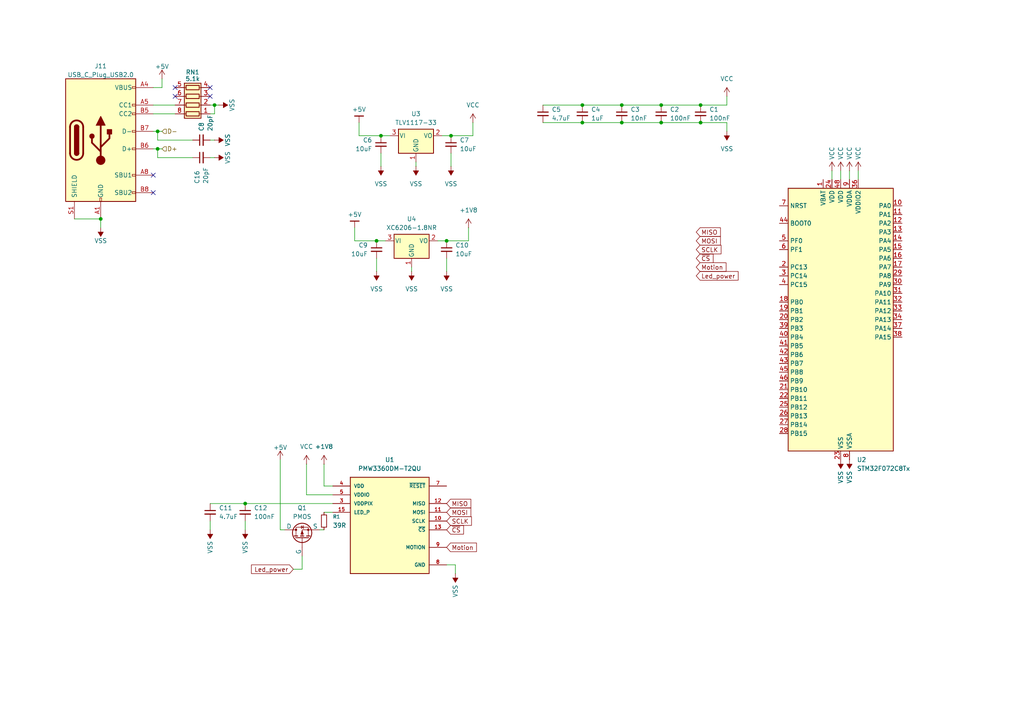
<source format=kicad_sch>
(kicad_sch
	(version 20250114)
	(generator "eeschema")
	(generator_version "9.0")
	(uuid "01cc2d3e-a1a0-43bc-9d44-a2274486a992")
	(paper "A4")
	(lib_symbols
		(symbol "BadgePiratesSymbolLibrary:USB_C_Plug_USB2.0"
			(pin_names
				(offset 1.016)
			)
			(exclude_from_sim no)
			(in_bom yes)
			(on_board yes)
			(property "Reference" "J1"
				(at -10.16 20.32 0)
				(effects
					(font
						(size 1.27 1.27)
					)
					(justify left)
				)
			)
			(property "Value" "USB_C_Plug_USB2.0"
				(at 2.54 -20.32 0)
				(effects
					(font
						(size 1.27 1.27)
					)
					(justify left)
				)
			)
			(property "Footprint" "BadgePirates:TYPE-C-31-M-14"
				(at 5.08 -31.75 0)
				(effects
					(font
						(size 1.27 1.27)
					)
					(hide yes)
				)
			)
			(property "Datasheet" "https://www.usb.org/sites/default/files/documents/usb_type-c.zip"
				(at 5.08 -31.75 0)
				(effects
					(font
						(size 1.27 1.27)
					)
					(hide yes)
				)
			)
			(property "Description" "USB 2.0-only Type-C Plug connector"
				(at 0 0 0)
				(effects
					(font
						(size 1.27 1.27)
					)
					(hide yes)
				)
			)
			(property "ki_keywords" "usb universal serial bus type-C USB2.0"
				(at 0 0 0)
				(effects
					(font
						(size 1.27 1.27)
					)
					(hide yes)
				)
			)
			(property "ki_fp_filters" "USB*C*Plug*"
				(at 0 0 0)
				(effects
					(font
						(size 1.27 1.27)
					)
					(hide yes)
				)
			)
			(symbol "USB_C_Plug_USB2.0_0_0"
				(rectangle
					(start -0.254 -17.78)
					(end 0.254 -16.764)
					(stroke
						(width 0)
						(type default)
					)
					(fill
						(type none)
					)
				)
				(rectangle
					(start 10.1232 -14.9825)
					(end 9.1072 -15.4905)
					(stroke
						(width 0)
						(type default)
					)
					(fill
						(type none)
					)
				)
				(rectangle
					(start 10.1599 -9.9392)
					(end 9.1439 -10.4472)
					(stroke
						(width 0)
						(type default)
					)
					(fill
						(type none)
					)
				)
				(rectangle
					(start 10.16 15.494)
					(end 9.144 14.986)
					(stroke
						(width 0)
						(type default)
					)
					(fill
						(type none)
					)
				)
				(rectangle
					(start 10.16 10.414)
					(end 9.144 9.906)
					(stroke
						(width 0)
						(type default)
					)
					(fill
						(type none)
					)
				)
				(rectangle
					(start 10.16 7.874)
					(end 9.144 7.366)
					(stroke
						(width 0)
						(type default)
					)
					(fill
						(type none)
					)
				)
				(rectangle
					(start 10.16 2.794)
					(end 9.144 2.286)
					(stroke
						(width 0)
						(type default)
					)
					(fill
						(type none)
					)
				)
				(rectangle
					(start 10.16 -2.286)
					(end 9.144 -2.794)
					(stroke
						(width 0)
						(type default)
					)
					(fill
						(type none)
					)
				)
				(pin bidirectional line
					(at 15.24 2.54 180)
					(length 5.08)
					(name "D-"
						(effects
							(font
								(size 1.27 1.27)
							)
						)
					)
					(number "B7"
						(effects
							(font
								(size 1.27 1.27)
							)
						)
					)
				)
				(pin bidirectional line
					(at 15.24 -2.54 180)
					(length 5.08)
					(name "D+"
						(effects
							(font
								(size 1.27 1.27)
							)
						)
					)
					(number "B6"
						(effects
							(font
								(size 1.27 1.27)
							)
						)
					)
				)
				(pin bidirectional line
					(at 15.24 -10.16 180)
					(length 5.08)
					(name "SBU1"
						(effects
							(font
								(size 1.27 1.27)
							)
						)
					)
					(number "A8"
						(effects
							(font
								(size 1.27 1.27)
							)
						)
					)
				)
				(pin bidirectional line
					(at 15.24 -15.24 180)
					(length 5.08)
					(name "SBU2"
						(effects
							(font
								(size 1.27 1.27)
							)
						)
					)
					(number "B8"
						(effects
							(font
								(size 1.27 1.27)
							)
						)
					)
				)
			)
			(symbol "USB_C_Plug_USB2.0_0_1"
				(rectangle
					(start -10.16 17.78)
					(end 10.16 -17.78)
					(stroke
						(width 0.254)
						(type default)
					)
					(fill
						(type background)
					)
				)
				(polyline
					(pts
						(xy -8.89 -3.81) (xy -8.89 3.81)
					)
					(stroke
						(width 0.508)
						(type default)
					)
					(fill
						(type none)
					)
				)
				(rectangle
					(start -7.62 -3.81)
					(end -6.35 3.81)
					(stroke
						(width 0.254)
						(type default)
					)
					(fill
						(type outline)
					)
				)
				(arc
					(start -7.62 3.81)
					(mid -6.985 4.4423)
					(end -6.35 3.81)
					(stroke
						(width 0.254)
						(type default)
					)
					(fill
						(type none)
					)
				)
				(arc
					(start -7.62 3.81)
					(mid -6.985 4.4423)
					(end -6.35 3.81)
					(stroke
						(width 0.254)
						(type default)
					)
					(fill
						(type outline)
					)
				)
				(arc
					(start -8.89 3.81)
					(mid -6.985 5.7067)
					(end -5.08 3.81)
					(stroke
						(width 0.508)
						(type default)
					)
					(fill
						(type none)
					)
				)
				(arc
					(start -5.08 -3.81)
					(mid -6.985 -5.7067)
					(end -8.89 -3.81)
					(stroke
						(width 0.508)
						(type default)
					)
					(fill
						(type none)
					)
				)
				(arc
					(start -6.35 -3.81)
					(mid -6.985 -4.4423)
					(end -7.62 -3.81)
					(stroke
						(width 0.254)
						(type default)
					)
					(fill
						(type none)
					)
				)
				(arc
					(start -6.35 -3.81)
					(mid -6.985 -4.4423)
					(end -7.62 -3.81)
					(stroke
						(width 0.254)
						(type default)
					)
					(fill
						(type outline)
					)
				)
				(polyline
					(pts
						(xy -5.08 3.81) (xy -5.08 -3.81)
					)
					(stroke
						(width 0.508)
						(type default)
					)
					(fill
						(type none)
					)
				)
				(circle
					(center -2.54 1.143)
					(radius 0.635)
					(stroke
						(width 0.254)
						(type default)
					)
					(fill
						(type outline)
					)
				)
				(polyline
					(pts
						(xy -1.27 4.318) (xy 0 6.858) (xy 1.27 4.318) (xy -1.27 4.318)
					)
					(stroke
						(width 0.254)
						(type default)
					)
					(fill
						(type outline)
					)
				)
				(polyline
					(pts
						(xy 0 -2.032) (xy 2.54 0.508) (xy 2.54 1.778)
					)
					(stroke
						(width 0.508)
						(type default)
					)
					(fill
						(type none)
					)
				)
				(polyline
					(pts
						(xy 0 -3.302) (xy -2.54 -0.762) (xy -2.54 0.508)
					)
					(stroke
						(width 0.508)
						(type default)
					)
					(fill
						(type none)
					)
				)
				(polyline
					(pts
						(xy 0 -5.842) (xy 0 4.318)
					)
					(stroke
						(width 0.508)
						(type default)
					)
					(fill
						(type none)
					)
				)
				(circle
					(center 0 -5.842)
					(radius 1.27)
					(stroke
						(width 0)
						(type default)
					)
					(fill
						(type outline)
					)
				)
				(rectangle
					(start 1.905 1.778)
					(end 3.175 3.048)
					(stroke
						(width 0.254)
						(type default)
					)
					(fill
						(type outline)
					)
				)
			)
			(symbol "USB_C_Plug_USB2.0_1_1"
				(pin passive line
					(at -7.62 -22.86 90)
					(length 5.08)
					(name "SHIELD"
						(effects
							(font
								(size 1.27 1.27)
							)
						)
					)
					(number "S1"
						(effects
							(font
								(size 1.27 1.27)
							)
						)
					)
				)
				(pin passive line
					(at 0 -22.86 90)
					(length 5.08)
					(name "GND"
						(effects
							(font
								(size 1.27 1.27)
							)
						)
					)
					(number "A1"
						(effects
							(font
								(size 1.27 1.27)
							)
						)
					)
				)
				(pin passive line
					(at 0 -22.86 90)
					(length 5.08)
					(hide yes)
					(name "GND"
						(effects
							(font
								(size 1.27 1.27)
							)
						)
					)
					(number "A12"
						(effects
							(font
								(size 1.27 1.27)
							)
						)
					)
				)
				(pin passive line
					(at 0 -22.86 90)
					(length 5.08)
					(hide yes)
					(name "GND"
						(effects
							(font
								(size 1.27 1.27)
							)
						)
					)
					(number "B1"
						(effects
							(font
								(size 1.27 1.27)
							)
						)
					)
				)
				(pin passive line
					(at 0 -22.86 90)
					(length 5.08)
					(hide yes)
					(name "GND"
						(effects
							(font
								(size 1.27 1.27)
							)
						)
					)
					(number "B12"
						(effects
							(font
								(size 1.27 1.27)
							)
						)
					)
				)
				(pin passive line
					(at 15.24 15.24 180)
					(length 5.08)
					(name "VBUS"
						(effects
							(font
								(size 1.27 1.27)
							)
						)
					)
					(number "A4"
						(effects
							(font
								(size 1.27 1.27)
							)
						)
					)
				)
				(pin passive line
					(at 15.24 15.24 180)
					(length 5.08)
					(hide yes)
					(name "VBUS"
						(effects
							(font
								(size 1.27 1.27)
							)
						)
					)
					(number "A9"
						(effects
							(font
								(size 1.27 1.27)
							)
						)
					)
				)
				(pin passive line
					(at 15.24 15.24 180)
					(length 5.08)
					(hide yes)
					(name "VBUS"
						(effects
							(font
								(size 1.27 1.27)
							)
						)
					)
					(number "B4"
						(effects
							(font
								(size 1.27 1.27)
							)
						)
					)
				)
				(pin passive line
					(at 15.24 15.24 180)
					(length 5.08)
					(hide yes)
					(name "VBUS"
						(effects
							(font
								(size 1.27 1.27)
							)
						)
					)
					(number "B9"
						(effects
							(font
								(size 1.27 1.27)
							)
						)
					)
				)
				(pin passive line
					(at 15.24 10.16 180)
					(length 5.08)
					(name "CC1"
						(effects
							(font
								(size 1.27 1.27)
							)
						)
					)
					(number "A5"
						(effects
							(font
								(size 1.27 1.27)
							)
						)
					)
				)
				(pin passive line
					(at 15.24 7.62 180)
					(length 5.08)
					(name "CC2"
						(effects
							(font
								(size 1.27 1.27)
							)
						)
					)
					(number "B5"
						(effects
							(font
								(size 1.27 1.27)
							)
						)
					)
				)
				(pin bidirectional line
					(at 15.24 2.54 180)
					(length 5.08)
					(hide yes)
					(name "D-"
						(effects
							(font
								(size 1.27 1.27)
							)
						)
					)
					(number "A7"
						(effects
							(font
								(size 1.27 1.27)
							)
						)
					)
				)
				(pin bidirectional line
					(at 15.24 -2.54 180)
					(length 5.08)
					(hide yes)
					(name "D+"
						(effects
							(font
								(size 1.27 1.27)
							)
						)
					)
					(number "A6"
						(effects
							(font
								(size 1.27 1.27)
							)
						)
					)
				)
			)
			(embedded_fonts no)
		)
		(symbol "Device:C_Small"
			(pin_numbers
				(hide yes)
			)
			(pin_names
				(offset 0.254)
				(hide yes)
			)
			(exclude_from_sim no)
			(in_bom yes)
			(on_board yes)
			(property "Reference" "C"
				(at 0.254 1.778 0)
				(effects
					(font
						(size 1.27 1.27)
					)
					(justify left)
				)
			)
			(property "Value" "C_Small"
				(at 0.254 -2.032 0)
				(effects
					(font
						(size 1.27 1.27)
					)
					(justify left)
				)
			)
			(property "Footprint" ""
				(at 0 0 0)
				(effects
					(font
						(size 1.27 1.27)
					)
					(hide yes)
				)
			)
			(property "Datasheet" "~"
				(at 0 0 0)
				(effects
					(font
						(size 1.27 1.27)
					)
					(hide yes)
				)
			)
			(property "Description" "Unpolarized capacitor, small symbol"
				(at 0 0 0)
				(effects
					(font
						(size 1.27 1.27)
					)
					(hide yes)
				)
			)
			(property "ki_keywords" "capacitor cap"
				(at 0 0 0)
				(effects
					(font
						(size 1.27 1.27)
					)
					(hide yes)
				)
			)
			(property "ki_fp_filters" "C_*"
				(at 0 0 0)
				(effects
					(font
						(size 1.27 1.27)
					)
					(hide yes)
				)
			)
			(symbol "C_Small_0_1"
				(polyline
					(pts
						(xy -1.524 0.508) (xy 1.524 0.508)
					)
					(stroke
						(width 0.3048)
						(type default)
					)
					(fill
						(type none)
					)
				)
				(polyline
					(pts
						(xy -1.524 -0.508) (xy 1.524 -0.508)
					)
					(stroke
						(width 0.3302)
						(type default)
					)
					(fill
						(type none)
					)
				)
			)
			(symbol "C_Small_1_1"
				(pin passive line
					(at 0 2.54 270)
					(length 2.032)
					(name "~"
						(effects
							(font
								(size 1.27 1.27)
							)
						)
					)
					(number "1"
						(effects
							(font
								(size 1.27 1.27)
							)
						)
					)
				)
				(pin passive line
					(at 0 -2.54 90)
					(length 2.032)
					(name "~"
						(effects
							(font
								(size 1.27 1.27)
							)
						)
					)
					(number "2"
						(effects
							(font
								(size 1.27 1.27)
							)
						)
					)
				)
			)
			(embedded_fonts no)
		)
		(symbol "Device:R_Pack04"
			(pin_names
				(offset 0)
				(hide yes)
			)
			(exclude_from_sim no)
			(in_bom yes)
			(on_board yes)
			(property "Reference" "RN"
				(at -7.62 0 90)
				(effects
					(font
						(size 1.27 1.27)
					)
				)
			)
			(property "Value" "R_Pack04"
				(at 5.08 0 90)
				(effects
					(font
						(size 1.27 1.27)
					)
				)
			)
			(property "Footprint" ""
				(at 6.985 0 90)
				(effects
					(font
						(size 1.27 1.27)
					)
					(hide yes)
				)
			)
			(property "Datasheet" "~"
				(at 0 0 0)
				(effects
					(font
						(size 1.27 1.27)
					)
					(hide yes)
				)
			)
			(property "Description" "4 resistor network, parallel topology"
				(at 0 0 0)
				(effects
					(font
						(size 1.27 1.27)
					)
					(hide yes)
				)
			)
			(property "ki_keywords" "R network parallel topology isolated"
				(at 0 0 0)
				(effects
					(font
						(size 1.27 1.27)
					)
					(hide yes)
				)
			)
			(property "ki_fp_filters" "DIP* SOIC* R*Array*Concave* R*Array*Convex*"
				(at 0 0 0)
				(effects
					(font
						(size 1.27 1.27)
					)
					(hide yes)
				)
			)
			(symbol "R_Pack04_0_1"
				(rectangle
					(start -6.35 -2.413)
					(end 3.81 2.413)
					(stroke
						(width 0.254)
						(type default)
					)
					(fill
						(type background)
					)
				)
				(rectangle
					(start -5.715 1.905)
					(end -4.445 -1.905)
					(stroke
						(width 0.254)
						(type default)
					)
					(fill
						(type none)
					)
				)
				(polyline
					(pts
						(xy -5.08 1.905) (xy -5.08 2.54)
					)
					(stroke
						(width 0)
						(type default)
					)
					(fill
						(type none)
					)
				)
				(polyline
					(pts
						(xy -5.08 -2.54) (xy -5.08 -1.905)
					)
					(stroke
						(width 0)
						(type default)
					)
					(fill
						(type none)
					)
				)
				(rectangle
					(start -3.175 1.905)
					(end -1.905 -1.905)
					(stroke
						(width 0.254)
						(type default)
					)
					(fill
						(type none)
					)
				)
				(polyline
					(pts
						(xy -2.54 1.905) (xy -2.54 2.54)
					)
					(stroke
						(width 0)
						(type default)
					)
					(fill
						(type none)
					)
				)
				(polyline
					(pts
						(xy -2.54 -2.54) (xy -2.54 -1.905)
					)
					(stroke
						(width 0)
						(type default)
					)
					(fill
						(type none)
					)
				)
				(rectangle
					(start -0.635 1.905)
					(end 0.635 -1.905)
					(stroke
						(width 0.254)
						(type default)
					)
					(fill
						(type none)
					)
				)
				(polyline
					(pts
						(xy 0 1.905) (xy 0 2.54)
					)
					(stroke
						(width 0)
						(type default)
					)
					(fill
						(type none)
					)
				)
				(polyline
					(pts
						(xy 0 -2.54) (xy 0 -1.905)
					)
					(stroke
						(width 0)
						(type default)
					)
					(fill
						(type none)
					)
				)
				(rectangle
					(start 1.905 1.905)
					(end 3.175 -1.905)
					(stroke
						(width 0.254)
						(type default)
					)
					(fill
						(type none)
					)
				)
				(polyline
					(pts
						(xy 2.54 1.905) (xy 2.54 2.54)
					)
					(stroke
						(width 0)
						(type default)
					)
					(fill
						(type none)
					)
				)
				(polyline
					(pts
						(xy 2.54 -2.54) (xy 2.54 -1.905)
					)
					(stroke
						(width 0)
						(type default)
					)
					(fill
						(type none)
					)
				)
			)
			(symbol "R_Pack04_1_1"
				(pin passive line
					(at -5.08 5.08 270)
					(length 2.54)
					(name "R1.2"
						(effects
							(font
								(size 1.27 1.27)
							)
						)
					)
					(number "8"
						(effects
							(font
								(size 1.27 1.27)
							)
						)
					)
				)
				(pin passive line
					(at -5.08 -5.08 90)
					(length 2.54)
					(name "R1.1"
						(effects
							(font
								(size 1.27 1.27)
							)
						)
					)
					(number "1"
						(effects
							(font
								(size 1.27 1.27)
							)
						)
					)
				)
				(pin passive line
					(at -2.54 5.08 270)
					(length 2.54)
					(name "R2.2"
						(effects
							(font
								(size 1.27 1.27)
							)
						)
					)
					(number "7"
						(effects
							(font
								(size 1.27 1.27)
							)
						)
					)
				)
				(pin passive line
					(at -2.54 -5.08 90)
					(length 2.54)
					(name "R2.1"
						(effects
							(font
								(size 1.27 1.27)
							)
						)
					)
					(number "2"
						(effects
							(font
								(size 1.27 1.27)
							)
						)
					)
				)
				(pin passive line
					(at 0 5.08 270)
					(length 2.54)
					(name "R3.2"
						(effects
							(font
								(size 1.27 1.27)
							)
						)
					)
					(number "6"
						(effects
							(font
								(size 1.27 1.27)
							)
						)
					)
				)
				(pin passive line
					(at 0 -5.08 90)
					(length 2.54)
					(name "R3.1"
						(effects
							(font
								(size 1.27 1.27)
							)
						)
					)
					(number "3"
						(effects
							(font
								(size 1.27 1.27)
							)
						)
					)
				)
				(pin passive line
					(at 2.54 5.08 270)
					(length 2.54)
					(name "R4.2"
						(effects
							(font
								(size 1.27 1.27)
							)
						)
					)
					(number "5"
						(effects
							(font
								(size 1.27 1.27)
							)
						)
					)
				)
				(pin passive line
					(at 2.54 -5.08 90)
					(length 2.54)
					(name "R4.1"
						(effects
							(font
								(size 1.27 1.27)
							)
						)
					)
					(number "4"
						(effects
							(font
								(size 1.27 1.27)
							)
						)
					)
				)
			)
			(embedded_fonts no)
		)
		(symbol "Device:R_Small"
			(pin_numbers
				(hide yes)
			)
			(pin_names
				(offset 0.254)
				(hide yes)
			)
			(exclude_from_sim no)
			(in_bom yes)
			(on_board yes)
			(property "Reference" "R"
				(at 0 0 90)
				(effects
					(font
						(size 1.016 1.016)
					)
				)
			)
			(property "Value" "R_Small"
				(at 1.778 0 90)
				(effects
					(font
						(size 1.27 1.27)
					)
				)
			)
			(property "Footprint" ""
				(at 0 0 0)
				(effects
					(font
						(size 1.27 1.27)
					)
					(hide yes)
				)
			)
			(property "Datasheet" "~"
				(at 0 0 0)
				(effects
					(font
						(size 1.27 1.27)
					)
					(hide yes)
				)
			)
			(property "Description" "Resistor, small symbol"
				(at 0 0 0)
				(effects
					(font
						(size 1.27 1.27)
					)
					(hide yes)
				)
			)
			(property "ki_keywords" "R resistor"
				(at 0 0 0)
				(effects
					(font
						(size 1.27 1.27)
					)
					(hide yes)
				)
			)
			(property "ki_fp_filters" "R_*"
				(at 0 0 0)
				(effects
					(font
						(size 1.27 1.27)
					)
					(hide yes)
				)
			)
			(symbol "R_Small_0_1"
				(rectangle
					(start -0.762 1.778)
					(end 0.762 -1.778)
					(stroke
						(width 0.2032)
						(type default)
					)
					(fill
						(type none)
					)
				)
			)
			(symbol "R_Small_1_1"
				(pin passive line
					(at 0 2.54 270)
					(length 0.762)
					(name "~"
						(effects
							(font
								(size 1.27 1.27)
							)
						)
					)
					(number "1"
						(effects
							(font
								(size 1.27 1.27)
							)
						)
					)
				)
				(pin passive line
					(at 0 -2.54 90)
					(length 0.762)
					(name "~"
						(effects
							(font
								(size 1.27 1.27)
							)
						)
					)
					(number "2"
						(effects
							(font
								(size 1.27 1.27)
							)
						)
					)
				)
			)
			(embedded_fonts no)
		)
		(symbol "MCU_ST_STM32F0:STM32F072C8Tx"
			(exclude_from_sim no)
			(in_bom yes)
			(on_board yes)
			(property "Reference" "U"
				(at -15.24 39.37 0)
				(effects
					(font
						(size 1.27 1.27)
					)
					(justify left)
				)
			)
			(property "Value" "STM32F072C8Tx"
				(at 7.62 39.37 0)
				(effects
					(font
						(size 1.27 1.27)
					)
					(justify left)
				)
			)
			(property "Footprint" "Package_QFP:LQFP-48_7x7mm_P0.5mm"
				(at -15.24 -38.1 0)
				(effects
					(font
						(size 1.27 1.27)
					)
					(justify right)
					(hide yes)
				)
			)
			(property "Datasheet" "https://www.st.com/resource/en/datasheet/stm32f072c8.pdf"
				(at 0 0 0)
				(effects
					(font
						(size 1.27 1.27)
					)
					(hide yes)
				)
			)
			(property "Description" "STMicroelectronics Arm Cortex-M0 MCU, 64KB flash, 16KB RAM, 48 MHz, 2.0-3.6V, 37 GPIO, LQFP48"
				(at 0 0 0)
				(effects
					(font
						(size 1.27 1.27)
					)
					(hide yes)
				)
			)
			(property "ki_keywords" "Arm Cortex-M0 STM32F0 STM32F0x2"
				(at 0 0 0)
				(effects
					(font
						(size 1.27 1.27)
					)
					(hide yes)
				)
			)
			(property "ki_fp_filters" "LQFP*7x7mm*P0.5mm*"
				(at 0 0 0)
				(effects
					(font
						(size 1.27 1.27)
					)
					(hide yes)
				)
			)
			(symbol "STM32F072C8Tx_0_1"
				(rectangle
					(start -15.24 -38.1)
					(end 15.24 38.1)
					(stroke
						(width 0.254)
						(type default)
					)
					(fill
						(type background)
					)
				)
			)
			(symbol "STM32F072C8Tx_1_1"
				(pin input line
					(at -17.78 33.02 0)
					(length 2.54)
					(name "NRST"
						(effects
							(font
								(size 1.27 1.27)
							)
						)
					)
					(number "7"
						(effects
							(font
								(size 1.27 1.27)
							)
						)
					)
				)
				(pin input line
					(at -17.78 27.94 0)
					(length 2.54)
					(name "BOOT0"
						(effects
							(font
								(size 1.27 1.27)
							)
						)
					)
					(number "44"
						(effects
							(font
								(size 1.27 1.27)
							)
						)
					)
				)
				(pin bidirectional line
					(at -17.78 22.86 0)
					(length 2.54)
					(name "PF0"
						(effects
							(font
								(size 1.27 1.27)
							)
						)
					)
					(number "5"
						(effects
							(font
								(size 1.27 1.27)
							)
						)
					)
					(alternate "CRS_SYNC" bidirectional line)
					(alternate "RCC_OSC_IN" bidirectional line)
				)
				(pin bidirectional line
					(at -17.78 20.32 0)
					(length 2.54)
					(name "PF1"
						(effects
							(font
								(size 1.27 1.27)
							)
						)
					)
					(number "6"
						(effects
							(font
								(size 1.27 1.27)
							)
						)
					)
					(alternate "RCC_OSC_OUT" bidirectional line)
				)
				(pin bidirectional line
					(at -17.78 15.24 0)
					(length 2.54)
					(name "PC13"
						(effects
							(font
								(size 1.27 1.27)
							)
						)
					)
					(number "2"
						(effects
							(font
								(size 1.27 1.27)
							)
						)
					)
					(alternate "RTC_OUT_ALARM" bidirectional line)
					(alternate "RTC_OUT_CALIB" bidirectional line)
					(alternate "RTC_TAMP1" bidirectional line)
					(alternate "RTC_TS" bidirectional line)
					(alternate "SYS_WKUP2" bidirectional line)
				)
				(pin bidirectional line
					(at -17.78 12.7 0)
					(length 2.54)
					(name "PC14"
						(effects
							(font
								(size 1.27 1.27)
							)
						)
					)
					(number "3"
						(effects
							(font
								(size 1.27 1.27)
							)
						)
					)
					(alternate "RCC_OSC32_IN" bidirectional line)
				)
				(pin bidirectional line
					(at -17.78 10.16 0)
					(length 2.54)
					(name "PC15"
						(effects
							(font
								(size 1.27 1.27)
							)
						)
					)
					(number "4"
						(effects
							(font
								(size 1.27 1.27)
							)
						)
					)
					(alternate "RCC_OSC32_OUT" bidirectional line)
				)
				(pin bidirectional line
					(at -17.78 5.08 0)
					(length 2.54)
					(name "PB0"
						(effects
							(font
								(size 1.27 1.27)
							)
						)
					)
					(number "18"
						(effects
							(font
								(size 1.27 1.27)
							)
						)
					)
					(alternate "ADC_IN8" bidirectional line)
					(alternate "TIM1_CH2N" bidirectional line)
					(alternate "TIM3_CH3" bidirectional line)
					(alternate "TSC_G3_IO2" bidirectional line)
					(alternate "USART3_CK" bidirectional line)
				)
				(pin bidirectional line
					(at -17.78 2.54 0)
					(length 2.54)
					(name "PB1"
						(effects
							(font
								(size 1.27 1.27)
							)
						)
					)
					(number "19"
						(effects
							(font
								(size 1.27 1.27)
							)
						)
					)
					(alternate "ADC_IN9" bidirectional line)
					(alternate "TIM14_CH1" bidirectional line)
					(alternate "TIM1_CH3N" bidirectional line)
					(alternate "TIM3_CH4" bidirectional line)
					(alternate "TSC_G3_IO3" bidirectional line)
					(alternate "USART3_DE" bidirectional line)
					(alternate "USART3_RTS" bidirectional line)
				)
				(pin bidirectional line
					(at -17.78 0 0)
					(length 2.54)
					(name "PB2"
						(effects
							(font
								(size 1.27 1.27)
							)
						)
					)
					(number "20"
						(effects
							(font
								(size 1.27 1.27)
							)
						)
					)
					(alternate "TSC_G3_IO4" bidirectional line)
				)
				(pin bidirectional line
					(at -17.78 -2.54 0)
					(length 2.54)
					(name "PB3"
						(effects
							(font
								(size 1.27 1.27)
							)
						)
					)
					(number "39"
						(effects
							(font
								(size 1.27 1.27)
							)
						)
					)
					(alternate "I2S1_CK" bidirectional line)
					(alternate "SPI1_SCK" bidirectional line)
					(alternate "TIM2_CH2" bidirectional line)
					(alternate "TSC_G5_IO1" bidirectional line)
				)
				(pin bidirectional line
					(at -17.78 -5.08 0)
					(length 2.54)
					(name "PB4"
						(effects
							(font
								(size 1.27 1.27)
							)
						)
					)
					(number "40"
						(effects
							(font
								(size 1.27 1.27)
							)
						)
					)
					(alternate "I2S1_MCK" bidirectional line)
					(alternate "SPI1_MISO" bidirectional line)
					(alternate "TIM17_BKIN" bidirectional line)
					(alternate "TIM3_CH1" bidirectional line)
					(alternate "TSC_G5_IO2" bidirectional line)
				)
				(pin bidirectional line
					(at -17.78 -7.62 0)
					(length 2.54)
					(name "PB5"
						(effects
							(font
								(size 1.27 1.27)
							)
						)
					)
					(number "41"
						(effects
							(font
								(size 1.27 1.27)
							)
						)
					)
					(alternate "I2C1_SMBA" bidirectional line)
					(alternate "I2S1_SD" bidirectional line)
					(alternate "SPI1_MOSI" bidirectional line)
					(alternate "SYS_WKUP6" bidirectional line)
					(alternate "TIM16_BKIN" bidirectional line)
					(alternate "TIM3_CH2" bidirectional line)
				)
				(pin bidirectional line
					(at -17.78 -10.16 0)
					(length 2.54)
					(name "PB6"
						(effects
							(font
								(size 1.27 1.27)
							)
						)
					)
					(number "42"
						(effects
							(font
								(size 1.27 1.27)
							)
						)
					)
					(alternate "I2C1_SCL" bidirectional line)
					(alternate "TIM16_CH1N" bidirectional line)
					(alternate "TSC_G5_IO3" bidirectional line)
					(alternate "USART1_TX" bidirectional line)
				)
				(pin bidirectional line
					(at -17.78 -12.7 0)
					(length 2.54)
					(name "PB7"
						(effects
							(font
								(size 1.27 1.27)
							)
						)
					)
					(number "43"
						(effects
							(font
								(size 1.27 1.27)
							)
						)
					)
					(alternate "I2C1_SDA" bidirectional line)
					(alternate "TIM17_CH1N" bidirectional line)
					(alternate "TSC_G5_IO4" bidirectional line)
					(alternate "USART1_RX" bidirectional line)
					(alternate "USART4_CTS" bidirectional line)
				)
				(pin bidirectional line
					(at -17.78 -15.24 0)
					(length 2.54)
					(name "PB8"
						(effects
							(font
								(size 1.27 1.27)
							)
						)
					)
					(number "45"
						(effects
							(font
								(size 1.27 1.27)
							)
						)
					)
					(alternate "CAN_RX" bidirectional line)
					(alternate "CEC" bidirectional line)
					(alternate "I2C1_SCL" bidirectional line)
					(alternate "TIM16_CH1" bidirectional line)
					(alternate "TSC_SYNC" bidirectional line)
				)
				(pin bidirectional line
					(at -17.78 -17.78 0)
					(length 2.54)
					(name "PB9"
						(effects
							(font
								(size 1.27 1.27)
							)
						)
					)
					(number "46"
						(effects
							(font
								(size 1.27 1.27)
							)
						)
					)
					(alternate "CAN_TX" bidirectional line)
					(alternate "DAC_EXTI9" bidirectional line)
					(alternate "I2C1_SDA" bidirectional line)
					(alternate "I2S2_WS" bidirectional line)
					(alternate "IR_OUT" bidirectional line)
					(alternate "SPI2_NSS" bidirectional line)
					(alternate "TIM17_CH1" bidirectional line)
				)
				(pin bidirectional line
					(at -17.78 -20.32 0)
					(length 2.54)
					(name "PB10"
						(effects
							(font
								(size 1.27 1.27)
							)
						)
					)
					(number "21"
						(effects
							(font
								(size 1.27 1.27)
							)
						)
					)
					(alternate "CEC" bidirectional line)
					(alternate "I2C2_SCL" bidirectional line)
					(alternate "I2S2_CK" bidirectional line)
					(alternate "SPI2_SCK" bidirectional line)
					(alternate "TIM2_CH3" bidirectional line)
					(alternate "TSC_SYNC" bidirectional line)
					(alternate "USART3_TX" bidirectional line)
				)
				(pin bidirectional line
					(at -17.78 -22.86 0)
					(length 2.54)
					(name "PB11"
						(effects
							(font
								(size 1.27 1.27)
							)
						)
					)
					(number "22"
						(effects
							(font
								(size 1.27 1.27)
							)
						)
					)
					(alternate "I2C2_SDA" bidirectional line)
					(alternate "TIM2_CH4" bidirectional line)
					(alternate "TSC_G6_IO1" bidirectional line)
					(alternate "USART3_RX" bidirectional line)
				)
				(pin bidirectional line
					(at -17.78 -25.4 0)
					(length 2.54)
					(name "PB12"
						(effects
							(font
								(size 1.27 1.27)
							)
						)
					)
					(number "25"
						(effects
							(font
								(size 1.27 1.27)
							)
						)
					)
					(alternate "I2S2_WS" bidirectional line)
					(alternate "SPI2_NSS" bidirectional line)
					(alternate "TIM15_BKIN" bidirectional line)
					(alternate "TIM1_BKIN" bidirectional line)
					(alternate "TSC_G6_IO2" bidirectional line)
					(alternate "USART3_CK" bidirectional line)
				)
				(pin bidirectional line
					(at -17.78 -27.94 0)
					(length 2.54)
					(name "PB13"
						(effects
							(font
								(size 1.27 1.27)
							)
						)
					)
					(number "26"
						(effects
							(font
								(size 1.27 1.27)
							)
						)
					)
					(alternate "I2C2_SCL" bidirectional line)
					(alternate "I2S2_CK" bidirectional line)
					(alternate "SPI2_SCK" bidirectional line)
					(alternate "TIM1_CH1N" bidirectional line)
					(alternate "TSC_G6_IO3" bidirectional line)
					(alternate "USART3_CTS" bidirectional line)
				)
				(pin bidirectional line
					(at -17.78 -30.48 0)
					(length 2.54)
					(name "PB14"
						(effects
							(font
								(size 1.27 1.27)
							)
						)
					)
					(number "27"
						(effects
							(font
								(size 1.27 1.27)
							)
						)
					)
					(alternate "I2C2_SDA" bidirectional line)
					(alternate "I2S2_MCK" bidirectional line)
					(alternate "SPI2_MISO" bidirectional line)
					(alternate "TIM15_CH1" bidirectional line)
					(alternate "TIM1_CH2N" bidirectional line)
					(alternate "TSC_G6_IO4" bidirectional line)
					(alternate "USART3_DE" bidirectional line)
					(alternate "USART3_RTS" bidirectional line)
				)
				(pin bidirectional line
					(at -17.78 -33.02 0)
					(length 2.54)
					(name "PB15"
						(effects
							(font
								(size 1.27 1.27)
							)
						)
					)
					(number "28"
						(effects
							(font
								(size 1.27 1.27)
							)
						)
					)
					(alternate "I2S2_SD" bidirectional line)
					(alternate "RTC_REFIN" bidirectional line)
					(alternate "SPI2_MOSI" bidirectional line)
					(alternate "SYS_WKUP7" bidirectional line)
					(alternate "TIM15_CH1N" bidirectional line)
					(alternate "TIM15_CH2" bidirectional line)
					(alternate "TIM1_CH3N" bidirectional line)
				)
				(pin power_in line
					(at -5.08 40.64 270)
					(length 2.54)
					(name "VBAT"
						(effects
							(font
								(size 1.27 1.27)
							)
						)
					)
					(number "1"
						(effects
							(font
								(size 1.27 1.27)
							)
						)
					)
				)
				(pin power_in line
					(at -2.54 40.64 270)
					(length 2.54)
					(name "VDD"
						(effects
							(font
								(size 1.27 1.27)
							)
						)
					)
					(number "24"
						(effects
							(font
								(size 1.27 1.27)
							)
						)
					)
				)
				(pin power_in line
					(at 0 40.64 270)
					(length 2.54)
					(name "VDD"
						(effects
							(font
								(size 1.27 1.27)
							)
						)
					)
					(number "48"
						(effects
							(font
								(size 1.27 1.27)
							)
						)
					)
				)
				(pin power_in line
					(at 0 -40.64 90)
					(length 2.54)
					(name "VSS"
						(effects
							(font
								(size 1.27 1.27)
							)
						)
					)
					(number "23"
						(effects
							(font
								(size 1.27 1.27)
							)
						)
					)
				)
				(pin passive line
					(at 0 -40.64 90)
					(length 2.54)
					(hide yes)
					(name "VSS"
						(effects
							(font
								(size 1.27 1.27)
							)
						)
					)
					(number "35"
						(effects
							(font
								(size 1.27 1.27)
							)
						)
					)
				)
				(pin passive line
					(at 0 -40.64 90)
					(length 2.54)
					(hide yes)
					(name "VSS"
						(effects
							(font
								(size 1.27 1.27)
							)
						)
					)
					(number "47"
						(effects
							(font
								(size 1.27 1.27)
							)
						)
					)
				)
				(pin power_in line
					(at 2.54 40.64 270)
					(length 2.54)
					(name "VDDA"
						(effects
							(font
								(size 1.27 1.27)
							)
						)
					)
					(number "9"
						(effects
							(font
								(size 1.27 1.27)
							)
						)
					)
				)
				(pin power_in line
					(at 2.54 -40.64 90)
					(length 2.54)
					(name "VSSA"
						(effects
							(font
								(size 1.27 1.27)
							)
						)
					)
					(number "8"
						(effects
							(font
								(size 1.27 1.27)
							)
						)
					)
				)
				(pin power_in line
					(at 5.08 40.64 270)
					(length 2.54)
					(name "VDDIO2"
						(effects
							(font
								(size 1.27 1.27)
							)
						)
					)
					(number "36"
						(effects
							(font
								(size 1.27 1.27)
							)
						)
					)
				)
				(pin bidirectional line
					(at 17.78 33.02 180)
					(length 2.54)
					(name "PA0"
						(effects
							(font
								(size 1.27 1.27)
							)
						)
					)
					(number "10"
						(effects
							(font
								(size 1.27 1.27)
							)
						)
					)
					(alternate "ADC_IN0" bidirectional line)
					(alternate "COMP1_INM" bidirectional line)
					(alternate "COMP1_OUT" bidirectional line)
					(alternate "RTC_TAMP2" bidirectional line)
					(alternate "SYS_WKUP1" bidirectional line)
					(alternate "TIM2_CH1" bidirectional line)
					(alternate "TIM2_ETR" bidirectional line)
					(alternate "TSC_G1_IO1" bidirectional line)
					(alternate "USART2_CTS" bidirectional line)
					(alternate "USART4_TX" bidirectional line)
				)
				(pin bidirectional line
					(at 17.78 30.48 180)
					(length 2.54)
					(name "PA1"
						(effects
							(font
								(size 1.27 1.27)
							)
						)
					)
					(number "11"
						(effects
							(font
								(size 1.27 1.27)
							)
						)
					)
					(alternate "ADC_IN1" bidirectional line)
					(alternate "COMP1_INP" bidirectional line)
					(alternate "TIM15_CH1N" bidirectional line)
					(alternate "TIM2_CH2" bidirectional line)
					(alternate "TSC_G1_IO2" bidirectional line)
					(alternate "USART2_DE" bidirectional line)
					(alternate "USART2_RTS" bidirectional line)
					(alternate "USART4_RX" bidirectional line)
				)
				(pin bidirectional line
					(at 17.78 27.94 180)
					(length 2.54)
					(name "PA2"
						(effects
							(font
								(size 1.27 1.27)
							)
						)
					)
					(number "12"
						(effects
							(font
								(size 1.27 1.27)
							)
						)
					)
					(alternate "ADC_IN2" bidirectional line)
					(alternate "COMP2_INM" bidirectional line)
					(alternate "COMP2_OUT" bidirectional line)
					(alternate "SYS_WKUP4" bidirectional line)
					(alternate "TIM15_CH1" bidirectional line)
					(alternate "TIM2_CH3" bidirectional line)
					(alternate "TSC_G1_IO3" bidirectional line)
					(alternate "USART2_TX" bidirectional line)
				)
				(pin bidirectional line
					(at 17.78 25.4 180)
					(length 2.54)
					(name "PA3"
						(effects
							(font
								(size 1.27 1.27)
							)
						)
					)
					(number "13"
						(effects
							(font
								(size 1.27 1.27)
							)
						)
					)
					(alternate "ADC_IN3" bidirectional line)
					(alternate "COMP2_INP" bidirectional line)
					(alternate "TIM15_CH2" bidirectional line)
					(alternate "TIM2_CH4" bidirectional line)
					(alternate "TSC_G1_IO4" bidirectional line)
					(alternate "USART2_RX" bidirectional line)
				)
				(pin bidirectional line
					(at 17.78 22.86 180)
					(length 2.54)
					(name "PA4"
						(effects
							(font
								(size 1.27 1.27)
							)
						)
					)
					(number "14"
						(effects
							(font
								(size 1.27 1.27)
							)
						)
					)
					(alternate "ADC_IN4" bidirectional line)
					(alternate "COMP1_INM" bidirectional line)
					(alternate "COMP2_INM" bidirectional line)
					(alternate "DAC_OUT1" bidirectional line)
					(alternate "I2S1_WS" bidirectional line)
					(alternate "SPI1_NSS" bidirectional line)
					(alternate "TIM14_CH1" bidirectional line)
					(alternate "TSC_G2_IO1" bidirectional line)
					(alternate "USART2_CK" bidirectional line)
				)
				(pin bidirectional line
					(at 17.78 20.32 180)
					(length 2.54)
					(name "PA5"
						(effects
							(font
								(size 1.27 1.27)
							)
						)
					)
					(number "15"
						(effects
							(font
								(size 1.27 1.27)
							)
						)
					)
					(alternate "ADC_IN5" bidirectional line)
					(alternate "CEC" bidirectional line)
					(alternate "COMP1_INM" bidirectional line)
					(alternate "COMP2_INM" bidirectional line)
					(alternate "DAC_OUT2" bidirectional line)
					(alternate "I2S1_CK" bidirectional line)
					(alternate "SPI1_SCK" bidirectional line)
					(alternate "TIM2_CH1" bidirectional line)
					(alternate "TIM2_ETR" bidirectional line)
					(alternate "TSC_G2_IO2" bidirectional line)
				)
				(pin bidirectional line
					(at 17.78 17.78 180)
					(length 2.54)
					(name "PA6"
						(effects
							(font
								(size 1.27 1.27)
							)
						)
					)
					(number "16"
						(effects
							(font
								(size 1.27 1.27)
							)
						)
					)
					(alternate "ADC_IN6" bidirectional line)
					(alternate "COMP1_OUT" bidirectional line)
					(alternate "I2S1_MCK" bidirectional line)
					(alternate "SPI1_MISO" bidirectional line)
					(alternate "TIM16_CH1" bidirectional line)
					(alternate "TIM1_BKIN" bidirectional line)
					(alternate "TIM3_CH1" bidirectional line)
					(alternate "TSC_G2_IO3" bidirectional line)
					(alternate "USART3_CTS" bidirectional line)
				)
				(pin bidirectional line
					(at 17.78 15.24 180)
					(length 2.54)
					(name "PA7"
						(effects
							(font
								(size 1.27 1.27)
							)
						)
					)
					(number "17"
						(effects
							(font
								(size 1.27 1.27)
							)
						)
					)
					(alternate "ADC_IN7" bidirectional line)
					(alternate "COMP2_OUT" bidirectional line)
					(alternate "I2S1_SD" bidirectional line)
					(alternate "SPI1_MOSI" bidirectional line)
					(alternate "TIM14_CH1" bidirectional line)
					(alternate "TIM17_CH1" bidirectional line)
					(alternate "TIM1_CH1N" bidirectional line)
					(alternate "TIM3_CH2" bidirectional line)
					(alternate "TSC_G2_IO4" bidirectional line)
				)
				(pin bidirectional line
					(at 17.78 12.7 180)
					(length 2.54)
					(name "PA8"
						(effects
							(font
								(size 1.27 1.27)
							)
						)
					)
					(number "29"
						(effects
							(font
								(size 1.27 1.27)
							)
						)
					)
					(alternate "CRS_SYNC" bidirectional line)
					(alternate "RCC_MCO" bidirectional line)
					(alternate "TIM1_CH1" bidirectional line)
					(alternate "USART1_CK" bidirectional line)
				)
				(pin bidirectional line
					(at 17.78 10.16 180)
					(length 2.54)
					(name "PA9"
						(effects
							(font
								(size 1.27 1.27)
							)
						)
					)
					(number "30"
						(effects
							(font
								(size 1.27 1.27)
							)
						)
					)
					(alternate "DAC_EXTI9" bidirectional line)
					(alternate "TIM15_BKIN" bidirectional line)
					(alternate "TIM1_CH2" bidirectional line)
					(alternate "TSC_G4_IO1" bidirectional line)
					(alternate "USART1_TX" bidirectional line)
				)
				(pin bidirectional line
					(at 17.78 7.62 180)
					(length 2.54)
					(name "PA10"
						(effects
							(font
								(size 1.27 1.27)
							)
						)
					)
					(number "31"
						(effects
							(font
								(size 1.27 1.27)
							)
						)
					)
					(alternate "TIM17_BKIN" bidirectional line)
					(alternate "TIM1_CH3" bidirectional line)
					(alternate "TSC_G4_IO2" bidirectional line)
					(alternate "USART1_RX" bidirectional line)
				)
				(pin bidirectional line
					(at 17.78 5.08 180)
					(length 2.54)
					(name "PA11"
						(effects
							(font
								(size 1.27 1.27)
							)
						)
					)
					(number "32"
						(effects
							(font
								(size 1.27 1.27)
							)
						)
					)
					(alternate "CAN_RX" bidirectional line)
					(alternate "COMP1_OUT" bidirectional line)
					(alternate "TIM1_CH4" bidirectional line)
					(alternate "TSC_G4_IO3" bidirectional line)
					(alternate "USART1_CTS" bidirectional line)
					(alternate "USB_DM" bidirectional line)
				)
				(pin bidirectional line
					(at 17.78 2.54 180)
					(length 2.54)
					(name "PA12"
						(effects
							(font
								(size 1.27 1.27)
							)
						)
					)
					(number "33"
						(effects
							(font
								(size 1.27 1.27)
							)
						)
					)
					(alternate "CAN_TX" bidirectional line)
					(alternate "COMP2_OUT" bidirectional line)
					(alternate "TIM1_ETR" bidirectional line)
					(alternate "TSC_G4_IO4" bidirectional line)
					(alternate "USART1_DE" bidirectional line)
					(alternate "USART1_RTS" bidirectional line)
					(alternate "USB_DP" bidirectional line)
				)
				(pin bidirectional line
					(at 17.78 0 180)
					(length 2.54)
					(name "PA13"
						(effects
							(font
								(size 1.27 1.27)
							)
						)
					)
					(number "34"
						(effects
							(font
								(size 1.27 1.27)
							)
						)
					)
					(alternate "IR_OUT" bidirectional line)
					(alternate "SYS_SWDIO" bidirectional line)
					(alternate "USB_NOE" bidirectional line)
				)
				(pin bidirectional line
					(at 17.78 -2.54 180)
					(length 2.54)
					(name "PA14"
						(effects
							(font
								(size 1.27 1.27)
							)
						)
					)
					(number "37"
						(effects
							(font
								(size 1.27 1.27)
							)
						)
					)
					(alternate "SYS_SWCLK" bidirectional line)
					(alternate "USART2_TX" bidirectional line)
				)
				(pin bidirectional line
					(at 17.78 -5.08 180)
					(length 2.54)
					(name "PA15"
						(effects
							(font
								(size 1.27 1.27)
							)
						)
					)
					(number "38"
						(effects
							(font
								(size 1.27 1.27)
							)
						)
					)
					(alternate "I2S1_WS" bidirectional line)
					(alternate "SPI1_NSS" bidirectional line)
					(alternate "TIM2_CH1" bidirectional line)
					(alternate "TIM2_ETR" bidirectional line)
					(alternate "USART2_RX" bidirectional line)
					(alternate "USART4_DE" bidirectional line)
					(alternate "USART4_RTS" bidirectional line)
				)
			)
			(embedded_fonts no)
		)
		(symbol "PMOS_1"
			(pin_numbers
				(hide yes)
			)
			(pin_names
				(offset 0)
			)
			(exclude_from_sim no)
			(in_bom yes)
			(on_board yes)
			(property "Reference" "Q1"
				(at 8.89 0 90)
				(effects
					(font
						(size 1.27 1.27)
					)
				)
			)
			(property "Value" "PMOS"
				(at 6.35 0 90)
				(effects
					(font
						(size 1.27 1.27)
					)
				)
			)
			(property "Footprint" ""
				(at 5.08 2.54 0)
				(effects
					(font
						(size 1.27 1.27)
					)
					(hide yes)
				)
			)
			(property "Datasheet" "https://ngspice.sourceforge.io/docs/ngspice-html-manual/manual.xhtml#cha_MOSFETs"
				(at 0 -12.7 0)
				(effects
					(font
						(size 1.27 1.27)
					)
					(hide yes)
				)
			)
			(property "Description" "P-MOSFET transistor, drain/source/gate"
				(at 0 0 0)
				(effects
					(font
						(size 1.27 1.27)
					)
					(hide yes)
				)
			)
			(property "Sim.Device" "PMOS"
				(at 0 -17.145 0)
				(effects
					(font
						(size 1.27 1.27)
					)
					(hide yes)
				)
			)
			(property "Sim.Type" "VDMOS"
				(at 0 -19.05 0)
				(effects
					(font
						(size 1.27 1.27)
					)
					(hide yes)
				)
			)
			(property "ki_keywords" "transistor PMOS P-MOS P-MOSFET simulation"
				(at 0 0 0)
				(effects
					(font
						(size 1.27 1.27)
					)
					(hide yes)
				)
			)
			(symbol "PMOS_1_0_1"
				(polyline
					(pts
						(xy 0.254 1.905) (xy 0.254 -1.905)
					)
					(stroke
						(width 0.254)
						(type default)
					)
					(fill
						(type none)
					)
				)
				(polyline
					(pts
						(xy 0.254 0) (xy -2.54 0)
					)
					(stroke
						(width 0)
						(type default)
					)
					(fill
						(type none)
					)
				)
				(polyline
					(pts
						(xy 0.762 2.286) (xy 0.762 1.27)
					)
					(stroke
						(width 0.254)
						(type default)
					)
					(fill
						(type none)
					)
				)
				(polyline
					(pts
						(xy 0.762 1.778) (xy 3.302 1.778) (xy 3.302 -1.778) (xy 0.762 -1.778)
					)
					(stroke
						(width 0)
						(type default)
					)
					(fill
						(type none)
					)
				)
				(polyline
					(pts
						(xy 0.762 0.508) (xy 0.762 -0.508)
					)
					(stroke
						(width 0.254)
						(type default)
					)
					(fill
						(type none)
					)
				)
				(polyline
					(pts
						(xy 0.762 -1.27) (xy 0.762 -2.286)
					)
					(stroke
						(width 0.254)
						(type default)
					)
					(fill
						(type none)
					)
				)
				(circle
					(center 1.651 0)
					(radius 2.794)
					(stroke
						(width 0.254)
						(type default)
					)
					(fill
						(type none)
					)
				)
				(polyline
					(pts
						(xy 2.286 0) (xy 1.27 0.381) (xy 1.27 -0.381) (xy 2.286 0)
					)
					(stroke
						(width 0)
						(type default)
					)
					(fill
						(type outline)
					)
				)
				(polyline
					(pts
						(xy 2.54 2.54) (xy 2.54 1.778)
					)
					(stroke
						(width 0)
						(type default)
					)
					(fill
						(type none)
					)
				)
				(circle
					(center 2.54 1.778)
					(radius 0.254)
					(stroke
						(width 0)
						(type default)
					)
					(fill
						(type outline)
					)
				)
				(circle
					(center 2.54 -1.778)
					(radius 0.254)
					(stroke
						(width 0)
						(type default)
					)
					(fill
						(type outline)
					)
				)
				(polyline
					(pts
						(xy 2.54 -2.54) (xy 2.54 0) (xy 0.762 0)
					)
					(stroke
						(width 0)
						(type default)
					)
					(fill
						(type none)
					)
				)
				(polyline
					(pts
						(xy 2.794 -0.508) (xy 2.921 -0.381) (xy 3.683 -0.381) (xy 3.81 -0.254)
					)
					(stroke
						(width 0)
						(type default)
					)
					(fill
						(type none)
					)
				)
				(polyline
					(pts
						(xy 3.302 -0.381) (xy 2.921 0.254) (xy 3.683 0.254) (xy 3.302 -0.381)
					)
					(stroke
						(width 0)
						(type default)
					)
					(fill
						(type none)
					)
				)
			)
			(symbol "PMOS_1_1_1"
				(pin input line
					(at -5.08 0 0)
					(length 2.54)
					(name "G"
						(effects
							(font
								(size 1.27 1.27)
							)
						)
					)
					(number "1"
						(effects
							(font
								(size 1.27 1.27)
							)
						)
					)
				)
				(pin passive line
					(at 2.54 5.08 270)
					(length 2.54)
					(name "D"
						(effects
							(font
								(size 1.27 1.27)
							)
						)
					)
					(number "3"
						(effects
							(font
								(size 1.27 1.27)
							)
						)
					)
				)
				(pin passive line
					(at 2.54 -5.08 90)
					(length 2.54)
					(name "S"
						(effects
							(font
								(size 1.27 1.27)
							)
						)
					)
					(number "2"
						(effects
							(font
								(size 1.27 1.27)
							)
						)
					)
				)
			)
			(embedded_fonts no)
		)
		(symbol "Regulator_Linear:TLV1117-33"
			(pin_names
				(offset 0.254)
			)
			(exclude_from_sim no)
			(in_bom yes)
			(on_board yes)
			(property "Reference" "U"
				(at -3.81 3.175 0)
				(effects
					(font
						(size 1.27 1.27)
					)
				)
			)
			(property "Value" "TLV1117-33"
				(at 0 3.175 0)
				(effects
					(font
						(size 1.27 1.27)
					)
					(justify left)
				)
			)
			(property "Footprint" ""
				(at 0 0 0)
				(effects
					(font
						(size 1.27 1.27)
					)
					(hide yes)
				)
			)
			(property "Datasheet" "http://www.ti.com/lit/ds/symlink/tlv1117.pdf"
				(at 0 0 0)
				(effects
					(font
						(size 1.27 1.27)
					)
					(hide yes)
				)
			)
			(property "Description" "800mA Low-Dropout Linear Regulator, 3.3V fixed output, TO-220/TO-252/TO-263/SOT-223"
				(at 0 0 0)
				(effects
					(font
						(size 1.27 1.27)
					)
					(hide yes)
				)
			)
			(property "ki_keywords" "linear regulator ldo fixed positive"
				(at 0 0 0)
				(effects
					(font
						(size 1.27 1.27)
					)
					(hide yes)
				)
			)
			(property "ki_fp_filters" "SOT?223* TO?263* TO?252* TO?220*"
				(at 0 0 0)
				(effects
					(font
						(size 1.27 1.27)
					)
					(hide yes)
				)
			)
			(symbol "TLV1117-33_0_1"
				(rectangle
					(start -5.08 -5.08)
					(end 5.08 1.905)
					(stroke
						(width 0.254)
						(type default)
					)
					(fill
						(type background)
					)
				)
			)
			(symbol "TLV1117-33_1_1"
				(pin power_in line
					(at -7.62 0 0)
					(length 2.54)
					(name "VI"
						(effects
							(font
								(size 1.27 1.27)
							)
						)
					)
					(number "3"
						(effects
							(font
								(size 1.27 1.27)
							)
						)
					)
				)
				(pin power_in line
					(at 0 -7.62 90)
					(length 2.54)
					(name "GND"
						(effects
							(font
								(size 1.27 1.27)
							)
						)
					)
					(number "1"
						(effects
							(font
								(size 1.27 1.27)
							)
						)
					)
				)
				(pin power_out line
					(at 7.62 0 180)
					(length 2.54)
					(name "VO"
						(effects
							(font
								(size 1.27 1.27)
							)
						)
					)
					(number "2"
						(effects
							(font
								(size 1.27 1.27)
							)
						)
					)
				)
			)
			(embedded_fonts no)
		)
		(symbol "UE-Sensor:PMW3360DM-T2QU"
			(pin_names
				(offset 1.016)
			)
			(exclude_from_sim no)
			(in_bom yes)
			(on_board yes)
			(property "Reference" "U"
				(at -12.7 13.335 0)
				(effects
					(font
						(size 1.27 1.27)
					)
					(justify left bottom)
				)
			)
			(property "Value" "PMW3360DM-T2QU"
				(at -12.7 -17.78 0)
				(effects
					(font
						(size 1.27 1.27)
					)
					(justify left bottom)
				)
			)
			(property "Footprint" ""
				(at 0 0 0)
				(effects
					(font
						(size 1.27 1.27)
					)
					(hide yes)
				)
			)
			(property "Datasheet" ""
				(at 0 0 0)
				(effects
					(font
						(size 1.27 1.27)
					)
					(hide yes)
				)
			)
			(property "Description" "Optical gaming navigation sensor"
				(at 0 0 0)
				(effects
					(font
						(size 1.27 1.27)
					)
					(justify bottom)
					(hide yes)
				)
			)
			(property "MANUFACTURER_NAME" "PixArt Imaging Inc."
				(at 0 0 0)
				(effects
					(font
						(size 1.27 1.27)
					)
					(justify bottom)
					(hide yes)
				)
			)
			(property "MF" "PixArt"
				(at 0 0 0)
				(effects
					(font
						(size 1.27 1.27)
					)
					(justify bottom)
					(hide yes)
				)
			)
			(property "MOUSER_PRICE-STOCK" ""
				(at 0 0 0)
				(effects
					(font
						(size 1.27 1.27)
					)
					(justify bottom)
					(hide yes)
				)
			)
			(property "MOUSER_PART_NUMBER" ""
				(at 0 0 0)
				(effects
					(font
						(size 1.27 1.27)
					)
					(justify bottom)
					(hide yes)
				)
			)
			(property "Price" "None"
				(at 0 0 0)
				(effects
					(font
						(size 1.27 1.27)
					)
					(justify bottom)
					(hide yes)
				)
			)
			(property "Package" "None"
				(at 0 0 0)
				(effects
					(font
						(size 1.27 1.27)
					)
					(justify bottom)
					(hide yes)
				)
			)
			(property "Check_prices" "https://www.snapeda.com/parts/PMW3360DM-T2QU/PixArt/view-part/?ref=eda"
				(at 0 0 0)
				(effects
					(font
						(size 1.27 1.27)
					)
					(justify bottom)
					(hide yes)
				)
			)
			(property "HEIGHT" "mm"
				(at 0 0 0)
				(effects
					(font
						(size 1.27 1.27)
					)
					(justify bottom)
					(hide yes)
				)
			)
			(property "MP" "PMW3360DM-T2QU"
				(at 0 0 0)
				(effects
					(font
						(size 1.27 1.27)
					)
					(justify bottom)
					(hide yes)
				)
			)
			(property "SnapEDA_Link" "https://www.snapeda.com/parts/PMW3360DM-T2QU/PixArt/view-part/?ref=snap"
				(at 0 0 0)
				(effects
					(font
						(size 1.27 1.27)
					)
					(justify bottom)
					(hide yes)
				)
			)
			(property "ARROW_PRICE-STOCK" ""
				(at 0 0 0)
				(effects
					(font
						(size 1.27 1.27)
					)
					(justify bottom)
					(hide yes)
				)
			)
			(property "ARROW_PART_NUMBER" ""
				(at 0 0 0)
				(effects
					(font
						(size 1.27 1.27)
					)
					(justify bottom)
					(hide yes)
				)
			)
			(property "Description_1" ""
				(at 0 0 0)
				(effects
					(font
						(size 1.27 1.27)
					)
					(justify bottom)
					(hide yes)
				)
			)
			(property "Availability" "Not in stock"
				(at 0 0 0)
				(effects
					(font
						(size 1.27 1.27)
					)
					(justify bottom)
					(hide yes)
				)
			)
			(property "MANUFACTURER_PART_NUMBER" "PMW3360DM-T2QU"
				(at 0 0 0)
				(effects
					(font
						(size 1.27 1.27)
					)
					(justify bottom)
					(hide yes)
				)
			)
			(symbol "PMW3360DM-T2QU_0_0"
				(rectangle
					(start -12.7 -15.24)
					(end 10.16 12.7)
					(stroke
						(width 0.254)
						(type default)
					)
					(fill
						(type background)
					)
				)
				(pin bidirectional line
					(at -17.78 10.16 0)
					(length 5.08)
					(name "VDD"
						(effects
							(font
								(size 1.016 1.016)
							)
						)
					)
					(number "4"
						(effects
							(font
								(size 1.016 1.016)
							)
						)
					)
				)
				(pin bidirectional line
					(at -17.78 7.62 0)
					(length 5.08)
					(name "VDDIO"
						(effects
							(font
								(size 1.016 1.016)
							)
						)
					)
					(number "5"
						(effects
							(font
								(size 1.016 1.016)
							)
						)
					)
				)
				(pin bidirectional line
					(at -17.78 5.08 0)
					(length 5.08)
					(name "VDDPIX"
						(effects
							(font
								(size 1.016 1.016)
							)
						)
					)
					(number "3"
						(effects
							(font
								(size 1.016 1.016)
							)
						)
					)
				)
				(pin bidirectional line
					(at -17.78 2.54 0)
					(length 5.08)
					(name "LED_P"
						(effects
							(font
								(size 1.016 1.016)
							)
						)
					)
					(number "15"
						(effects
							(font
								(size 1.016 1.016)
							)
						)
					)
				)
				(pin bidirectional line
					(at 15.24 10.16 180)
					(length 5.08)
					(name "~{RESET}"
						(effects
							(font
								(size 1.016 1.016)
							)
						)
					)
					(number "7"
						(effects
							(font
								(size 1.016 1.016)
							)
						)
					)
				)
				(pin bidirectional line
					(at 15.24 5.08 180)
					(length 5.08)
					(name "MISO"
						(effects
							(font
								(size 1.016 1.016)
							)
						)
					)
					(number "12"
						(effects
							(font
								(size 1.016 1.016)
							)
						)
					)
				)
				(pin bidirectional line
					(at 15.24 2.54 180)
					(length 5.08)
					(name "MOSI"
						(effects
							(font
								(size 1.016 1.016)
							)
						)
					)
					(number "11"
						(effects
							(font
								(size 1.016 1.016)
							)
						)
					)
				)
				(pin bidirectional line
					(at 15.24 0 180)
					(length 5.08)
					(name "SCLK"
						(effects
							(font
								(size 1.016 1.016)
							)
						)
					)
					(number "10"
						(effects
							(font
								(size 1.016 1.016)
							)
						)
					)
				)
				(pin bidirectional line
					(at 15.24 -2.54 180)
					(length 5.08)
					(name "~{CS}"
						(effects
							(font
								(size 1.016 1.016)
							)
						)
					)
					(number "13"
						(effects
							(font
								(size 1.016 1.016)
							)
						)
					)
				)
				(pin bidirectional line
					(at 15.24 -7.62 180)
					(length 5.08)
					(name "MOTION"
						(effects
							(font
								(size 1.016 1.016)
							)
						)
					)
					(number "9"
						(effects
							(font
								(size 1.016 1.016)
							)
						)
					)
				)
				(pin bidirectional line
					(at 15.24 -12.7 180)
					(length 5.08)
					(name "GND"
						(effects
							(font
								(size 1.016 1.016)
							)
						)
					)
					(number "8"
						(effects
							(font
								(size 1.016 1.016)
							)
						)
					)
				)
			)
			(embedded_fonts no)
		)
		(symbol "gkl_power:+5V"
			(power)
			(pin_names
				(offset 0)
			)
			(exclude_from_sim no)
			(in_bom yes)
			(on_board yes)
			(property "Reference" "#PWR"
				(at 0 -3.81 0)
				(effects
					(font
						(size 1.27 1.27)
					)
					(hide yes)
				)
			)
			(property "Value" "+5V"
				(at 0 3.175 0)
				(effects
					(font
						(size 1.27 1.27)
					)
				)
			)
			(property "Footprint" ""
				(at 0 0 0)
				(effects
					(font
						(size 1.27 1.27)
					)
					(hide yes)
				)
			)
			(property "Datasheet" ""
				(at 0 0 0)
				(effects
					(font
						(size 1.27 1.27)
					)
					(hide yes)
				)
			)
			(property "Description" ""
				(at 0 0 0)
				(effects
					(font
						(size 1.27 1.27)
					)
					(hide yes)
				)
			)
			(symbol "+5V_0_1"
				(polyline
					(pts
						(xy -1.27 1.905) (xy 1.27 1.905)
					)
					(stroke
						(width 0.3048)
						(type solid)
					)
					(fill
						(type none)
					)
				)
				(polyline
					(pts
						(xy 0 0) (xy 0 1.905)
					)
					(stroke
						(width 0)
						(type solid)
					)
					(fill
						(type none)
					)
				)
			)
			(symbol "+5V_1_1"
				(pin power_in line
					(at 0 0 90)
					(length 0)
					(hide yes)
					(name "+5V"
						(effects
							(font
								(size 1.27 1.27)
							)
						)
					)
					(number "1"
						(effects
							(font
								(size 1.27 1.27)
							)
						)
					)
				)
			)
			(embedded_fonts no)
		)
		(symbol "power:+1V8"
			(power)
			(pin_numbers
				(hide yes)
			)
			(pin_names
				(offset 0)
				(hide yes)
			)
			(exclude_from_sim no)
			(in_bom yes)
			(on_board yes)
			(property "Reference" "#PWR"
				(at 0 -3.81 0)
				(effects
					(font
						(size 1.27 1.27)
					)
					(hide yes)
				)
			)
			(property "Value" "+1V8"
				(at 0 3.556 0)
				(effects
					(font
						(size 1.27 1.27)
					)
				)
			)
			(property "Footprint" ""
				(at 0 0 0)
				(effects
					(font
						(size 1.27 1.27)
					)
					(hide yes)
				)
			)
			(property "Datasheet" ""
				(at 0 0 0)
				(effects
					(font
						(size 1.27 1.27)
					)
					(hide yes)
				)
			)
			(property "Description" "Power symbol creates a global label with name \"+1V8\""
				(at 0 0 0)
				(effects
					(font
						(size 1.27 1.27)
					)
					(hide yes)
				)
			)
			(property "ki_keywords" "global power"
				(at 0 0 0)
				(effects
					(font
						(size 1.27 1.27)
					)
					(hide yes)
				)
			)
			(symbol "+1V8_0_1"
				(polyline
					(pts
						(xy -0.762 1.27) (xy 0 2.54)
					)
					(stroke
						(width 0)
						(type default)
					)
					(fill
						(type none)
					)
				)
				(polyline
					(pts
						(xy 0 2.54) (xy 0.762 1.27)
					)
					(stroke
						(width 0)
						(type default)
					)
					(fill
						(type none)
					)
				)
				(polyline
					(pts
						(xy 0 0) (xy 0 2.54)
					)
					(stroke
						(width 0)
						(type default)
					)
					(fill
						(type none)
					)
				)
			)
			(symbol "+1V8_1_1"
				(pin power_in line
					(at 0 0 90)
					(length 0)
					(name "~"
						(effects
							(font
								(size 1.27 1.27)
							)
						)
					)
					(number "1"
						(effects
							(font
								(size 1.27 1.27)
							)
						)
					)
				)
			)
			(embedded_fonts no)
		)
		(symbol "power:+5V"
			(power)
			(pin_names
				(offset 0)
			)
			(exclude_from_sim no)
			(in_bom yes)
			(on_board yes)
			(property "Reference" "#PWR"
				(at 0 -3.81 0)
				(effects
					(font
						(size 1.27 1.27)
					)
					(hide yes)
				)
			)
			(property "Value" "+5V"
				(at 0 3.556 0)
				(effects
					(font
						(size 1.27 1.27)
					)
				)
			)
			(property "Footprint" ""
				(at 0 0 0)
				(effects
					(font
						(size 1.27 1.27)
					)
					(hide yes)
				)
			)
			(property "Datasheet" ""
				(at 0 0 0)
				(effects
					(font
						(size 1.27 1.27)
					)
					(hide yes)
				)
			)
			(property "Description" "Power symbol creates a global label with name \"+5V\""
				(at 0 0 0)
				(effects
					(font
						(size 1.27 1.27)
					)
					(hide yes)
				)
			)
			(property "ki_keywords" "power-flag"
				(at 0 0 0)
				(effects
					(font
						(size 1.27 1.27)
					)
					(hide yes)
				)
			)
			(symbol "+5V_0_1"
				(polyline
					(pts
						(xy -0.762 1.27) (xy 0 2.54)
					)
					(stroke
						(width 0)
						(type default)
					)
					(fill
						(type none)
					)
				)
				(polyline
					(pts
						(xy 0 2.54) (xy 0.762 1.27)
					)
					(stroke
						(width 0)
						(type default)
					)
					(fill
						(type none)
					)
				)
				(polyline
					(pts
						(xy 0 0) (xy 0 2.54)
					)
					(stroke
						(width 0)
						(type default)
					)
					(fill
						(type none)
					)
				)
			)
			(symbol "+5V_1_1"
				(pin power_in line
					(at 0 0 90)
					(length 0)
					(hide yes)
					(name "+5V"
						(effects
							(font
								(size 1.27 1.27)
							)
						)
					)
					(number "1"
						(effects
							(font
								(size 1.27 1.27)
							)
						)
					)
				)
			)
			(embedded_fonts no)
		)
		(symbol "power:VCC"
			(power)
			(pin_numbers
				(hide yes)
			)
			(pin_names
				(offset 0)
				(hide yes)
			)
			(exclude_from_sim no)
			(in_bom yes)
			(on_board yes)
			(property "Reference" "#PWR"
				(at 0 -3.81 0)
				(effects
					(font
						(size 1.27 1.27)
					)
					(hide yes)
				)
			)
			(property "Value" "VCC"
				(at 0 3.556 0)
				(effects
					(font
						(size 1.27 1.27)
					)
				)
			)
			(property "Footprint" ""
				(at 0 0 0)
				(effects
					(font
						(size 1.27 1.27)
					)
					(hide yes)
				)
			)
			(property "Datasheet" ""
				(at 0 0 0)
				(effects
					(font
						(size 1.27 1.27)
					)
					(hide yes)
				)
			)
			(property "Description" "Power symbol creates a global label with name \"VCC\""
				(at 0 0 0)
				(effects
					(font
						(size 1.27 1.27)
					)
					(hide yes)
				)
			)
			(property "ki_keywords" "global power"
				(at 0 0 0)
				(effects
					(font
						(size 1.27 1.27)
					)
					(hide yes)
				)
			)
			(symbol "VCC_0_1"
				(polyline
					(pts
						(xy -0.762 1.27) (xy 0 2.54)
					)
					(stroke
						(width 0)
						(type default)
					)
					(fill
						(type none)
					)
				)
				(polyline
					(pts
						(xy 0 2.54) (xy 0.762 1.27)
					)
					(stroke
						(width 0)
						(type default)
					)
					(fill
						(type none)
					)
				)
				(polyline
					(pts
						(xy 0 0) (xy 0 2.54)
					)
					(stroke
						(width 0)
						(type default)
					)
					(fill
						(type none)
					)
				)
			)
			(symbol "VCC_1_1"
				(pin power_in line
					(at 0 0 90)
					(length 0)
					(name "~"
						(effects
							(font
								(size 1.27 1.27)
							)
						)
					)
					(number "1"
						(effects
							(font
								(size 1.27 1.27)
							)
						)
					)
				)
			)
			(embedded_fonts no)
		)
		(symbol "power:VSS"
			(power)
			(pin_numbers
				(hide yes)
			)
			(pin_names
				(offset 0)
				(hide yes)
			)
			(exclude_from_sim no)
			(in_bom yes)
			(on_board yes)
			(property "Reference" "#PWR"
				(at 0 -3.81 0)
				(effects
					(font
						(size 1.27 1.27)
					)
					(hide yes)
				)
			)
			(property "Value" "VSS"
				(at 0 3.556 0)
				(effects
					(font
						(size 1.27 1.27)
					)
				)
			)
			(property "Footprint" ""
				(at 0 0 0)
				(effects
					(font
						(size 1.27 1.27)
					)
					(hide yes)
				)
			)
			(property "Datasheet" ""
				(at 0 0 0)
				(effects
					(font
						(size 1.27 1.27)
					)
					(hide yes)
				)
			)
			(property "Description" "Power symbol creates a global label with name \"VSS\""
				(at 0 0 0)
				(effects
					(font
						(size 1.27 1.27)
					)
					(hide yes)
				)
			)
			(property "ki_keywords" "global power"
				(at 0 0 0)
				(effects
					(font
						(size 1.27 1.27)
					)
					(hide yes)
				)
			)
			(symbol "VSS_0_1"
				(polyline
					(pts
						(xy 0 0) (xy 0 2.54)
					)
					(stroke
						(width 0)
						(type default)
					)
					(fill
						(type none)
					)
				)
				(polyline
					(pts
						(xy 0.762 1.27) (xy -0.762 1.27) (xy 0 2.54) (xy 0.762 1.27)
					)
					(stroke
						(width 0)
						(type default)
					)
					(fill
						(type outline)
					)
				)
			)
			(symbol "VSS_1_1"
				(pin power_in line
					(at 0 0 90)
					(length 0)
					(name "~"
						(effects
							(font
								(size 1.27 1.27)
							)
						)
					)
					(number "1"
						(effects
							(font
								(size 1.27 1.27)
							)
						)
					)
				)
			)
			(embedded_fonts no)
		)
	)
	(junction
		(at 129.54 69.85)
		(diameter 0)
		(color 0 0 0 0)
		(uuid "40dd0a6c-9cec-4a26-b701-5a6d788f90dc")
	)
	(junction
		(at 203.2 35.56)
		(diameter 0)
		(color 0 0 0 0)
		(uuid "49bf2728-60b6-4ce2-a607-acb23dc4a7c5")
	)
	(junction
		(at 180.34 35.56)
		(diameter 0)
		(color 0 0 0 0)
		(uuid "4c0641f8-82fc-4210-9d8b-b6cac3b9aff1")
	)
	(junction
		(at 168.91 30.48)
		(diameter 0)
		(color 0 0 0 0)
		(uuid "51f0cdc1-b29e-43e7-bbf4-0d95c3414373")
	)
	(junction
		(at 29.21 63.5)
		(diameter 0)
		(color 0 0 0 0)
		(uuid "523b2d52-4bb1-4835-b322-4720ab927190")
	)
	(junction
		(at 45.72 43.18)
		(diameter 0)
		(color 0 0 0 0)
		(uuid "532d5b5c-27ba-42e8-aaf3-d127b79955b6")
	)
	(junction
		(at 180.34 30.48)
		(diameter 0)
		(color 0 0 0 0)
		(uuid "58cd268e-5ef5-4a16-ac2f-9cce3cd210f5")
	)
	(junction
		(at 130.81 39.37)
		(diameter 0)
		(color 0 0 0 0)
		(uuid "5cbccf3b-ac57-481f-b2c0-b1664d110fd5")
	)
	(junction
		(at 45.72 38.1)
		(diameter 0)
		(color 0 0 0 0)
		(uuid "69c64d74-09cf-435a-8d1e-08b7e575444d")
	)
	(junction
		(at 110.49 39.37)
		(diameter 0)
		(color 0 0 0 0)
		(uuid "6f5a7fc5-10b9-4173-8aa8-f46dc6ee00bf")
	)
	(junction
		(at 168.91 35.56)
		(diameter 0)
		(color 0 0 0 0)
		(uuid "7035136b-4f85-42ee-968b-f2efbb16dc15")
	)
	(junction
		(at 109.22 69.85)
		(diameter 0)
		(color 0 0 0 0)
		(uuid "80ae6268-2b3c-41c8-863d-a28f3f84bddb")
	)
	(junction
		(at 62.23 30.48)
		(diameter 0.9144)
		(color 0 0 0 0)
		(uuid "8eadcda7-4c7a-47f8-94ab-e0845420859b")
	)
	(junction
		(at 203.2 30.48)
		(diameter 0)
		(color 0 0 0 0)
		(uuid "932eece7-a3d3-469a-9124-4d753d0d35e3")
	)
	(junction
		(at 71.12 146.05)
		(diameter 0)
		(color 0 0 0 0)
		(uuid "979bf913-c8df-47b0-bbcb-375b35ad68ea")
	)
	(junction
		(at 191.77 30.48)
		(diameter 0)
		(color 0 0 0 0)
		(uuid "e7337f17-4ae5-4aa2-8612-373ae33a8d20")
	)
	(junction
		(at 191.77 35.56)
		(diameter 0)
		(color 0 0 0 0)
		(uuid "f2910775-fa98-4fca-b056-f282b5a73f81")
	)
	(no_connect
		(at 50.8 25.4)
		(uuid "2c0d26d4-270a-498e-992e-8d5d71a0bc14")
	)
	(no_connect
		(at 44.45 55.88)
		(uuid "40dcccda-6f07-47fe-a21b-899d252c9797")
	)
	(no_connect
		(at 60.96 27.94)
		(uuid "5eee9fe2-f72f-4a3d-9920-9a6b3c942b6a")
	)
	(no_connect
		(at 50.8 27.94)
		(uuid "8f3cac18-4946-493b-b800-067de15f41b0")
	)
	(no_connect
		(at 60.96 25.4)
		(uuid "c099ae5b-05be-41f9-a8a8-840e7576e108")
	)
	(no_connect
		(at 44.45 50.8)
		(uuid "d3ed7e8a-f9e5-4a72-93a0-d75d92d0414c")
	)
	(wire
		(pts
			(xy 180.34 35.56) (xy 191.77 35.56)
		)
		(stroke
			(width 0)
			(type default)
		)
		(uuid "00a38d37-5dfd-440f-8406-569aec402641")
	)
	(wire
		(pts
			(xy 87.63 165.1) (xy 87.63 161.29)
		)
		(stroke
			(width 0)
			(type default)
		)
		(uuid "043fe6a2-52fe-435c-9acf-6f0eaf56be77")
	)
	(wire
		(pts
			(xy 180.34 30.48) (xy 191.77 30.48)
		)
		(stroke
			(width 0)
			(type default)
		)
		(uuid "05355a38-9475-48e6-9807-bcea15b202fa")
	)
	(wire
		(pts
			(xy 60.96 30.48) (xy 62.23 30.48)
		)
		(stroke
			(width 0)
			(type solid)
		)
		(uuid "0866088b-5a6b-4c15-a38c-aff8944b8fb7")
	)
	(wire
		(pts
			(xy 246.38 49.53) (xy 246.38 52.07)
		)
		(stroke
			(width 0)
			(type default)
		)
		(uuid "162bcb26-38ac-4954-bfa5-b7c7ca1ff9c0")
	)
	(wire
		(pts
			(xy 135.89 66.04) (xy 135.89 69.85)
		)
		(stroke
			(width 0)
			(type default)
		)
		(uuid "17030974-902d-4830-8bc9-7697ec516541")
	)
	(wire
		(pts
			(xy 44.45 33.02) (xy 50.8 33.02)
		)
		(stroke
			(width 0)
			(type default)
		)
		(uuid "192f715c-a906-4839-a729-717b312a6e84")
	)
	(wire
		(pts
			(xy 88.9 143.51) (xy 88.9 134.62)
		)
		(stroke
			(width 0)
			(type default)
		)
		(uuid "1b2fccd8-7057-45ae-a62a-2dfb0ffe260a")
	)
	(wire
		(pts
			(xy 45.72 45.72) (xy 45.72 43.18)
		)
		(stroke
			(width 0)
			(type default)
		)
		(uuid "1b9eb6cb-5eee-4c98-b7ca-fa4d51fc1256")
	)
	(wire
		(pts
			(xy 191.77 35.56) (xy 203.2 35.56)
		)
		(stroke
			(width 0)
			(type default)
		)
		(uuid "21ae9e6e-ac3d-4691-bf88-e930decd3775")
	)
	(wire
		(pts
			(xy 110.49 39.37) (xy 113.03 39.37)
		)
		(stroke
			(width 0)
			(type default)
		)
		(uuid "242454e0-c241-4f34-8b96-13e56500470e")
	)
	(wire
		(pts
			(xy 168.91 30.48) (xy 180.34 30.48)
		)
		(stroke
			(width 0)
			(type default)
		)
		(uuid "284db43f-5809-45ce-80ff-fbc9402e5edb")
	)
	(wire
		(pts
			(xy 120.65 46.99) (xy 120.65 48.26)
		)
		(stroke
			(width 0)
			(type default)
		)
		(uuid "292abcd9-260a-41ae-bcd4-552747236c75")
	)
	(wire
		(pts
			(xy 82.55 153.67) (xy 81.28 153.67)
		)
		(stroke
			(width 0)
			(type default)
		)
		(uuid "2a4bc0a2-310d-487d-91dc-7ede175ee546")
	)
	(wire
		(pts
			(xy 104.14 39.37) (xy 110.49 39.37)
		)
		(stroke
			(width 0)
			(type default)
		)
		(uuid "2ab6b76e-eef2-4a91-8975-469a464402bb")
	)
	(wire
		(pts
			(xy 203.2 35.56) (xy 210.82 35.56)
		)
		(stroke
			(width 0)
			(type default)
		)
		(uuid "2b7ef32d-85b8-490a-a2d0-b30d959aa6b1")
	)
	(wire
		(pts
			(xy 104.14 35.56) (xy 104.14 39.37)
		)
		(stroke
			(width 0)
			(type default)
		)
		(uuid "2cfb3bf2-088e-4130-ad47-d7c6dc378233")
	)
	(wire
		(pts
			(xy 203.2 30.48) (xy 210.82 30.48)
		)
		(stroke
			(width 0)
			(type default)
		)
		(uuid "30f13491-55fd-45d9-af6d-b67e91cb8355")
	)
	(wire
		(pts
			(xy 71.12 151.13) (xy 71.12 153.67)
		)
		(stroke
			(width 0)
			(type default)
		)
		(uuid "3a677a25-0ed1-47e3-88b6-880a65663941")
	)
	(wire
		(pts
			(xy 132.08 166.37) (xy 132.08 163.83)
		)
		(stroke
			(width 0)
			(type default)
		)
		(uuid "3d27f0a3-7036-4001-9158-20676be18699")
	)
	(wire
		(pts
			(xy 85.09 165.1) (xy 87.63 165.1)
		)
		(stroke
			(width 0)
			(type default)
		)
		(uuid "4272f34d-3c4a-4096-a4f3-11f49134449f")
	)
	(wire
		(pts
			(xy 96.52 148.59) (xy 93.98 148.59)
		)
		(stroke
			(width 0)
			(type default)
		)
		(uuid "46c8fd92-4823-4cb8-91e0-3f1f68058ae7")
	)
	(wire
		(pts
			(xy 135.89 69.85) (xy 129.54 69.85)
		)
		(stroke
			(width 0)
			(type default)
		)
		(uuid "4d05cece-16a8-41be-9aba-44e8442e68c4")
	)
	(wire
		(pts
			(xy 157.48 35.56) (xy 168.91 35.56)
		)
		(stroke
			(width 0)
			(type default)
		)
		(uuid "53517566-35fb-4944-870b-f20a9ad85bdb")
	)
	(wire
		(pts
			(xy 29.21 63.5) (xy 29.21 66.04)
		)
		(stroke
			(width 0)
			(type default)
		)
		(uuid "55eda45d-3596-4685-8f77-6c6aeb61801e")
	)
	(wire
		(pts
			(xy 60.96 40.64) (xy 62.23 40.64)
		)
		(stroke
			(width 0)
			(type solid)
		)
		(uuid "5a567384-cc6b-46c3-91b5-1bb126ed1b08")
	)
	(wire
		(pts
			(xy 60.96 151.13) (xy 60.96 153.67)
		)
		(stroke
			(width 0)
			(type default)
		)
		(uuid "5c4f79ed-0fc7-4597-b363-3aa165c0d502")
	)
	(wire
		(pts
			(xy 243.84 49.53) (xy 243.84 52.07)
		)
		(stroke
			(width 0)
			(type default)
		)
		(uuid "6264ea3a-24fc-4b95-a6b8-69da1e2a43bc")
	)
	(wire
		(pts
			(xy 62.23 30.48) (xy 63.5 30.48)
		)
		(stroke
			(width 0)
			(type solid)
		)
		(uuid "71b2d6e9-5847-4f29-a28b-3ab7da9b67f2")
	)
	(wire
		(pts
			(xy 81.28 133.35) (xy 81.28 153.67)
		)
		(stroke
			(width 0)
			(type default)
		)
		(uuid "71fcbae8-1798-4ed4-bbdf-cde423b26773")
	)
	(wire
		(pts
			(xy 44.45 30.48) (xy 50.8 30.48)
		)
		(stroke
			(width 0)
			(type default)
		)
		(uuid "770de181-06dd-44cc-a062-86e19270a863")
	)
	(wire
		(pts
			(xy 241.3 49.53) (xy 241.3 52.07)
		)
		(stroke
			(width 0)
			(type default)
		)
		(uuid "78d8a469-bfd3-4595-bd3b-85bd165efd76")
	)
	(wire
		(pts
			(xy 129.54 69.85) (xy 127 69.85)
		)
		(stroke
			(width 0)
			(type default)
		)
		(uuid "829aff91-9650-49e8-9e14-d9ac5cccc6c3")
	)
	(wire
		(pts
			(xy 157.48 30.48) (xy 168.91 30.48)
		)
		(stroke
			(width 0)
			(type default)
		)
		(uuid "851c8a7c-f03a-4508-aa89-12852c19a5c5")
	)
	(wire
		(pts
			(xy 44.45 38.1) (xy 45.72 38.1)
		)
		(stroke
			(width 0)
			(type default)
		)
		(uuid "86a3e6f7-2e31-4480-a7eb-7f3939eab703")
	)
	(wire
		(pts
			(xy 168.91 35.56) (xy 180.34 35.56)
		)
		(stroke
			(width 0)
			(type default)
		)
		(uuid "90730d2c-f68d-4d64-a459-9d22262eff65")
	)
	(wire
		(pts
			(xy 60.96 146.05) (xy 71.12 146.05)
		)
		(stroke
			(width 0)
			(type default)
		)
		(uuid "9bccb38a-fb71-4c9f-bad5-2f9ce567d23b")
	)
	(wire
		(pts
			(xy 45.72 40.64) (xy 45.72 38.1)
		)
		(stroke
			(width 0)
			(type solid)
		)
		(uuid "9bce4c7a-b867-4d5d-b310-6f6f0de2af94")
	)
	(wire
		(pts
			(xy 130.81 44.45) (xy 130.81 48.26)
		)
		(stroke
			(width 0)
			(type default)
		)
		(uuid "9c7028eb-9ebf-4b0d-a320-e75cec73024c")
	)
	(wire
		(pts
			(xy 46.99 25.4) (xy 46.99 22.86)
		)
		(stroke
			(width 0)
			(type default)
		)
		(uuid "9d2d9cea-e673-452e-a176-a399dec6b1b9")
	)
	(wire
		(pts
			(xy 137.16 39.37) (xy 130.81 39.37)
		)
		(stroke
			(width 0)
			(type default)
		)
		(uuid "9dcdc4c2-0434-4da1-87f9-c0d0c60e2309")
	)
	(wire
		(pts
			(xy 55.88 40.64) (xy 45.72 40.64)
		)
		(stroke
			(width 0)
			(type solid)
		)
		(uuid "9e4f28d4-fef1-45ad-8938-b9f44a0b16a2")
	)
	(wire
		(pts
			(xy 45.72 38.1) (xy 46.99 38.1)
		)
		(stroke
			(width 0)
			(type default)
		)
		(uuid "9e6a771b-447a-4ca6-b2fc-40bf4374fb39")
	)
	(wire
		(pts
			(xy 129.54 74.93) (xy 129.54 78.74)
		)
		(stroke
			(width 0)
			(type default)
		)
		(uuid "9ec459ec-9b3a-4e0f-a612-642b377055f2")
	)
	(wire
		(pts
			(xy 191.77 30.48) (xy 203.2 30.48)
		)
		(stroke
			(width 0)
			(type default)
		)
		(uuid "a0993ca3-3aa1-470f-b618-ed7ef514f3a8")
	)
	(wire
		(pts
			(xy 110.49 44.45) (xy 110.49 48.26)
		)
		(stroke
			(width 0)
			(type default)
		)
		(uuid "a0bc9f77-25ab-4f0e-b5a6-b0a323c285af")
	)
	(wire
		(pts
			(xy 21.59 63.5) (xy 29.21 63.5)
		)
		(stroke
			(width 0)
			(type default)
		)
		(uuid "a24f7249-b7ab-4386-8567-67fdf88d53c3")
	)
	(wire
		(pts
			(xy 45.72 45.72) (xy 55.88 45.72)
		)
		(stroke
			(width 0)
			(type solid)
		)
		(uuid "a2d1a788-5454-463c-89cb-a4468ba4620c")
	)
	(wire
		(pts
			(xy 96.52 140.97) (xy 93.98 140.97)
		)
		(stroke
			(width 0)
			(type default)
		)
		(uuid "ab8cc531-24d8-42f0-b5cb-8e76bb57f0c4")
	)
	(wire
		(pts
			(xy 60.96 33.02) (xy 62.23 33.02)
		)
		(stroke
			(width 0)
			(type solid)
		)
		(uuid "ad5ab624-fb2b-4bfc-b449-dfeebe090d5a")
	)
	(wire
		(pts
			(xy 71.12 146.05) (xy 96.52 146.05)
		)
		(stroke
			(width 0)
			(type default)
		)
		(uuid "aeb9df26-175b-4735-8d8c-6852a89cda53")
	)
	(wire
		(pts
			(xy 93.98 153.67) (xy 92.71 153.67)
		)
		(stroke
			(width 0)
			(type default)
		)
		(uuid "b06022bf-49f7-4705-bad7-55eccd2b8b40")
	)
	(wire
		(pts
			(xy 119.38 77.47) (xy 119.38 78.74)
		)
		(stroke
			(width 0)
			(type default)
		)
		(uuid "b43e524f-367b-4440-9be7-2f1f204c1691")
	)
	(wire
		(pts
			(xy 44.45 43.18) (xy 45.72 43.18)
		)
		(stroke
			(width 0)
			(type default)
		)
		(uuid "b50bf45a-8d66-4021-b594-0290336f9bef")
	)
	(wire
		(pts
			(xy 210.82 30.48) (xy 210.82 27.94)
		)
		(stroke
			(width 0)
			(type default)
		)
		(uuid "bc5eedd6-4cb2-4635-b3fd-ff10c00ba0e8")
	)
	(wire
		(pts
			(xy 210.82 35.56) (xy 210.82 38.1)
		)
		(stroke
			(width 0)
			(type default)
		)
		(uuid "bec6d337-7934-4e57-93e5-6326d3fabb48")
	)
	(wire
		(pts
			(xy 62.23 30.48) (xy 62.23 33.02)
		)
		(stroke
			(width 0)
			(type solid)
		)
		(uuid "c8e8196f-cb76-4e99-a43b-91e27f5bd407")
	)
	(wire
		(pts
			(xy 60.96 45.72) (xy 62.23 45.72)
		)
		(stroke
			(width 0)
			(type solid)
		)
		(uuid "cf89e7ad-f99a-4f7d-b45b-67f61b768244")
	)
	(wire
		(pts
			(xy 109.22 69.85) (xy 111.76 69.85)
		)
		(stroke
			(width 0)
			(type default)
		)
		(uuid "d08a3963-726f-4a5c-9700-1b772b6f8833")
	)
	(wire
		(pts
			(xy 44.45 25.4) (xy 46.99 25.4)
		)
		(stroke
			(width 0)
			(type default)
		)
		(uuid "d4104588-337f-4d2c-9361-8c040e13e9fd")
	)
	(wire
		(pts
			(xy 96.52 143.51) (xy 88.9 143.51)
		)
		(stroke
			(width 0)
			(type default)
		)
		(uuid "d64ea3bf-ba16-477f-8210-a4f295f88c4d")
	)
	(wire
		(pts
			(xy 248.92 49.53) (xy 248.92 52.07)
		)
		(stroke
			(width 0)
			(type default)
		)
		(uuid "e4b5215d-3a7a-4bc3-bbda-caed0225ed3f")
	)
	(wire
		(pts
			(xy 93.98 140.97) (xy 93.98 134.62)
		)
		(stroke
			(width 0)
			(type default)
		)
		(uuid "e70ddcb3-a42d-4e55-a6a3-cb2b89f8c643")
	)
	(wire
		(pts
			(xy 102.87 69.85) (xy 109.22 69.85)
		)
		(stroke
			(width 0)
			(type default)
		)
		(uuid "e96d35a8-fca4-4d1e-a784-c5796547fba9")
	)
	(wire
		(pts
			(xy 109.22 74.93) (xy 109.22 78.74)
		)
		(stroke
			(width 0)
			(type default)
		)
		(uuid "f031000e-1915-424d-a326-2250afb51bda")
	)
	(wire
		(pts
			(xy 130.81 39.37) (xy 128.27 39.37)
		)
		(stroke
			(width 0)
			(type default)
		)
		(uuid "f1323773-1745-4c84-a762-9cefcdb2a416")
	)
	(wire
		(pts
			(xy 132.08 163.83) (xy 129.54 163.83)
		)
		(stroke
			(width 0)
			(type default)
		)
		(uuid "f22d7642-57dd-4968-a3ec-7f32e617d7a3")
	)
	(wire
		(pts
			(xy 137.16 35.56) (xy 137.16 39.37)
		)
		(stroke
			(width 0)
			(type default)
		)
		(uuid "f756895d-a1a1-485b-8492-175cfa87db1e")
	)
	(wire
		(pts
			(xy 45.72 43.18) (xy 46.99 43.18)
		)
		(stroke
			(width 0)
			(type default)
		)
		(uuid "f7ebeeb1-7f89-4239-ae04-45af5b36a3a4")
	)
	(wire
		(pts
			(xy 102.87 66.04) (xy 102.87 69.85)
		)
		(stroke
			(width 0)
			(type default)
		)
		(uuid "fc9b5fc6-7f3c-4738-b823-e38bd723f346")
	)
	(global_label "MISO"
		(shape input)
		(at 129.54 146.05 0)
		(fields_autoplaced yes)
		(effects
			(font
				(size 1.27 1.27)
			)
			(justify left)
		)
		(uuid "1b5996f1-1aad-4846-ba1c-b60ef2cb78d4")
		(property "Intersheetrefs" "${INTERSHEET_REFS}"
			(at 137.1214 146.05 0)
			(effects
				(font
					(size 1.27 1.27)
				)
				(justify left)
				(hide yes)
			)
		)
	)
	(global_label "~{CS}"
		(shape input)
		(at 201.93 74.93 0)
		(fields_autoplaced yes)
		(effects
			(font
				(size 1.27 1.27)
			)
			(justify left)
		)
		(uuid "4e8bb974-6fec-41d7-b397-cac54d28098f")
		(property "Intersheetrefs" "${INTERSHEET_REFS}"
			(at 207.3947 74.93 0)
			(effects
				(font
					(size 1.27 1.27)
				)
				(justify left)
				(hide yes)
			)
		)
	)
	(global_label "~{CS}"
		(shape input)
		(at 129.54 153.67 0)
		(fields_autoplaced yes)
		(effects
			(font
				(size 1.27 1.27)
			)
			(justify left)
		)
		(uuid "673cae75-3802-4690-9d8d-48646fa98589")
		(property "Intersheetrefs" "${INTERSHEET_REFS}"
			(at 135.0047 153.67 0)
			(effects
				(font
					(size 1.27 1.27)
				)
				(justify left)
				(hide yes)
			)
		)
	)
	(global_label "Led_power"
		(shape input)
		(at 85.09 165.1 180)
		(fields_autoplaced yes)
		(effects
			(font
				(size 1.27 1.27)
			)
			(justify right)
		)
		(uuid "710c2937-40ea-4898-aa5b-bfbfb507c8f4")
		(property "Intersheetrefs" "${INTERSHEET_REFS}"
			(at 72.3682 165.1 0)
			(effects
				(font
					(size 1.27 1.27)
				)
				(justify right)
				(hide yes)
			)
		)
	)
	(global_label "MISO"
		(shape input)
		(at 201.93 67.31 0)
		(fields_autoplaced yes)
		(effects
			(font
				(size 1.27 1.27)
			)
			(justify left)
		)
		(uuid "8892c608-cf21-4d35-81be-68d0ffd015fe")
		(property "Intersheetrefs" "${INTERSHEET_REFS}"
			(at 209.5114 67.31 0)
			(effects
				(font
					(size 1.27 1.27)
				)
				(justify left)
				(hide yes)
			)
		)
	)
	(global_label "MOSI"
		(shape input)
		(at 201.93 69.85 0)
		(fields_autoplaced yes)
		(effects
			(font
				(size 1.27 1.27)
			)
			(justify left)
		)
		(uuid "bbaa5dfa-392d-4ac1-b9a3-14a5f47549b6")
		(property "Intersheetrefs" "${INTERSHEET_REFS}"
			(at 209.5114 69.85 0)
			(effects
				(font
					(size 1.27 1.27)
				)
				(justify left)
				(hide yes)
			)
		)
	)
	(global_label "MOSI"
		(shape input)
		(at 129.54 148.59 0)
		(fields_autoplaced yes)
		(effects
			(font
				(size 1.27 1.27)
			)
			(justify left)
		)
		(uuid "be30fdf5-baff-4bec-a38d-829ba80a7d4b")
		(property "Intersheetrefs" "${INTERSHEET_REFS}"
			(at 137.1214 148.59 0)
			(effects
				(font
					(size 1.27 1.27)
				)
				(justify left)
				(hide yes)
			)
		)
	)
	(global_label "Led_power"
		(shape input)
		(at 201.93 80.01 0)
		(fields_autoplaced yes)
		(effects
			(font
				(size 1.27 1.27)
			)
			(justify left)
		)
		(uuid "c4adc2e5-ac89-4606-a15b-16502dbc233f")
		(property "Intersheetrefs" "${INTERSHEET_REFS}"
			(at 214.6518 80.01 0)
			(effects
				(font
					(size 1.27 1.27)
				)
				(justify left)
				(hide yes)
			)
		)
	)
	(global_label "SCLK"
		(shape input)
		(at 129.54 151.13 0)
		(fields_autoplaced yes)
		(effects
			(font
				(size 1.27 1.27)
			)
			(justify left)
		)
		(uuid "dff9319f-3e3c-42b5-9503-414db2e00b85")
		(property "Intersheetrefs" "${INTERSHEET_REFS}"
			(at 137.3028 151.13 0)
			(effects
				(font
					(size 1.27 1.27)
				)
				(justify left)
				(hide yes)
			)
		)
	)
	(global_label "Motion"
		(shape input)
		(at 129.54 158.75 0)
		(fields_autoplaced yes)
		(effects
			(font
				(size 1.27 1.27)
			)
			(justify left)
		)
		(uuid "e00fbc14-2182-46af-8341-13967ebbd4c3")
		(property "Intersheetrefs" "${INTERSHEET_REFS}"
			(at 138.7541 158.75 0)
			(effects
				(font
					(size 1.27 1.27)
				)
				(justify left)
				(hide yes)
			)
		)
	)
	(global_label "SCLK"
		(shape input)
		(at 201.93 72.39 0)
		(fields_autoplaced yes)
		(effects
			(font
				(size 1.27 1.27)
			)
			(justify left)
		)
		(uuid "e676fff9-f2b7-477f-8417-c4beb4b853e1")
		(property "Intersheetrefs" "${INTERSHEET_REFS}"
			(at 209.6928 72.39 0)
			(effects
				(font
					(size 1.27 1.27)
				)
				(justify left)
				(hide yes)
			)
		)
	)
	(global_label "Motion"
		(shape input)
		(at 201.93 77.47 0)
		(fields_autoplaced yes)
		(effects
			(font
				(size 1.27 1.27)
			)
			(justify left)
		)
		(uuid "e8811f0f-5836-4c40-872d-07c8a4ef1cdf")
		(property "Intersheetrefs" "${INTERSHEET_REFS}"
			(at 211.1441 77.47 0)
			(effects
				(font
					(size 1.27 1.27)
				)
				(justify left)
				(hide yes)
			)
		)
	)
	(hierarchical_label "D-"
		(shape input)
		(at 46.99 38.1 0)
		(effects
			(font
				(size 1.27 1.27)
			)
			(justify left)
		)
		(uuid "9775973c-8475-4232-a042-dd080cffa455")
	)
	(hierarchical_label "D+"
		(shape input)
		(at 46.99 43.18 0)
		(effects
			(font
				(size 1.27 1.27)
			)
			(justify left)
		)
		(uuid "e89a190f-a946-462e-8ab8-825836099ff8")
	)
	(symbol
		(lib_id "Regulator_Linear:TLV1117-33")
		(at 119.38 69.85 0)
		(unit 1)
		(exclude_from_sim no)
		(in_bom yes)
		(on_board yes)
		(dnp no)
		(fields_autoplaced yes)
		(uuid "04367912-d901-4c42-9df0-0a98eb2dc0ef")
		(property "Reference" "U4"
			(at 119.38 63.5 0)
			(effects
				(font
					(size 1.27 1.27)
				)
			)
		)
		(property "Value" "XC6206-1.8NR"
			(at 119.38 66.04 0)
			(effects
				(font
					(size 1.27 1.27)
				)
			)
		)
		(property "Footprint" "Package_TO_SOT_SMD:SOT-223-3_TabPin2"
			(at 119.38 69.85 0)
			(effects
				(font
					(size 1.27 1.27)
				)
				(hide yes)
			)
		)
		(property "Datasheet" "http://www.ti.com/lit/ds/symlink/tlv1117.pdf"
			(at 119.38 69.85 0)
			(effects
				(font
					(size 1.27 1.27)
				)
				(hide yes)
			)
		)
		(property "Description" "800mA Low-Dropout Linear Regulator, 3.3V fixed output, TO-220/TO-252/TO-263/SOT-223"
			(at 119.38 69.85 0)
			(effects
				(font
					(size 1.27 1.27)
				)
				(hide yes)
			)
		)
		(pin "2"
			(uuid "8be87e36-f07e-4b4d-86ab-bff6b3d2b4eb")
		)
		(pin "1"
			(uuid "d60ead61-c01a-499d-b4fa-596766e76be2")
		)
		(pin "3"
			(uuid "f2d57d44-b7d2-41aa-952a-b37c811579d2")
		)
		(instances
			(project "Ballmouse"
				(path "/01cc2d3e-a1a0-43bc-9d44-a2274486a992"
					(reference "U4")
					(unit 1)
				)
			)
		)
	)
	(symbol
		(lib_id "power:VSS")
		(at 29.21 66.04 180)
		(unit 1)
		(exclude_from_sim no)
		(in_bom yes)
		(on_board yes)
		(dnp no)
		(fields_autoplaced yes)
		(uuid "104e505a-7ab1-48b9-869c-885f1616ddd0")
		(property "Reference" "#PWR048"
			(at 29.21 62.23 0)
			(effects
				(font
					(size 1.27 1.27)
				)
				(hide yes)
			)
		)
		(property "Value" "VSS"
			(at 29.21 69.85 0)
			(effects
				(font
					(size 1.27 1.27)
				)
			)
		)
		(property "Footprint" ""
			(at 29.21 66.04 0)
			(effects
				(font
					(size 1.27 1.27)
				)
				(hide yes)
			)
		)
		(property "Datasheet" ""
			(at 29.21 66.04 0)
			(effects
				(font
					(size 1.27 1.27)
				)
				(hide yes)
			)
		)
		(property "Description" ""
			(at 29.21 66.04 0)
			(effects
				(font
					(size 1.27 1.27)
				)
				(hide yes)
			)
		)
		(pin "1"
			(uuid "13583a2b-1467-4980-aabd-af5c6ec47acf")
		)
		(instances
			(project "Ballmouse"
				(path "/01cc2d3e-a1a0-43bc-9d44-a2274486a992"
					(reference "#PWR048")
					(unit 1)
				)
			)
		)
	)
	(symbol
		(lib_id "power:VCC")
		(at 210.82 27.94 0)
		(unit 1)
		(exclude_from_sim no)
		(in_bom yes)
		(on_board yes)
		(dnp no)
		(fields_autoplaced yes)
		(uuid "10befa52-ab3e-447e-9e0e-1877579557b6")
		(property "Reference" "#PWR09"
			(at 210.82 31.75 0)
			(effects
				(font
					(size 1.27 1.27)
				)
				(hide yes)
			)
		)
		(property "Value" "VCC"
			(at 210.82 22.86 0)
			(effects
				(font
					(size 1.27 1.27)
				)
			)
		)
		(property "Footprint" ""
			(at 210.82 27.94 0)
			(effects
				(font
					(size 1.27 1.27)
				)
				(hide yes)
			)
		)
		(property "Datasheet" ""
			(at 210.82 27.94 0)
			(effects
				(font
					(size 1.27 1.27)
				)
				(hide yes)
			)
		)
		(property "Description" "Power symbol creates a global label with name \"VCC\""
			(at 210.82 27.94 0)
			(effects
				(font
					(size 1.27 1.27)
				)
				(hide yes)
			)
		)
		(pin "1"
			(uuid "b5aa0a82-e9e1-4530-b648-65109c57ed06")
		)
		(instances
			(project "Ballmouse"
				(path "/01cc2d3e-a1a0-43bc-9d44-a2274486a992"
					(reference "#PWR09")
					(unit 1)
				)
			)
		)
	)
	(symbol
		(lib_id "Device:C_Small")
		(at 180.34 33.02 0)
		(unit 1)
		(exclude_from_sim no)
		(in_bom yes)
		(on_board yes)
		(dnp no)
		(fields_autoplaced yes)
		(uuid "10f31e03-738e-4430-a77b-532700ec0588")
		(property "Reference" "C3"
			(at 182.88 31.7562 0)
			(effects
				(font
					(size 1.27 1.27)
				)
				(justify left)
			)
		)
		(property "Value" "10nF"
			(at 182.88 34.2962 0)
			(effects
				(font
					(size 1.27 1.27)
				)
				(justify left)
			)
		)
		(property "Footprint" ""
			(at 180.34 33.02 0)
			(effects
				(font
					(size 1.27 1.27)
				)
				(hide yes)
			)
		)
		(property "Datasheet" "~"
			(at 180.34 33.02 0)
			(effects
				(font
					(size 1.27 1.27)
				)
				(hide yes)
			)
		)
		(property "Description" "Unpolarized capacitor, small symbol"
			(at 180.34 33.02 0)
			(effects
				(font
					(size 1.27 1.27)
				)
				(hide yes)
			)
		)
		(pin "2"
			(uuid "83d3537d-b5a6-47bf-9c3e-cf71dc30291c")
		)
		(pin "1"
			(uuid "bd89bc69-20fc-4e87-b0cc-6af00d6ffc72")
		)
		(instances
			(project "Ballmouse"
				(path "/01cc2d3e-a1a0-43bc-9d44-a2274486a992"
					(reference "C3")
					(unit 1)
				)
			)
		)
	)
	(symbol
		(lib_id "Device:C_Small")
		(at 203.2 33.02 0)
		(unit 1)
		(exclude_from_sim no)
		(in_bom yes)
		(on_board yes)
		(dnp no)
		(fields_autoplaced yes)
		(uuid "1ab99d51-d127-4436-812a-cbf367e1356a")
		(property "Reference" "C1"
			(at 205.74 31.7562 0)
			(effects
				(font
					(size 1.27 1.27)
				)
				(justify left)
			)
		)
		(property "Value" "100nF"
			(at 205.74 34.2962 0)
			(effects
				(font
					(size 1.27 1.27)
				)
				(justify left)
			)
		)
		(property "Footprint" ""
			(at 203.2 33.02 0)
			(effects
				(font
					(size 1.27 1.27)
				)
				(hide yes)
			)
		)
		(property "Datasheet" "~"
			(at 203.2 33.02 0)
			(effects
				(font
					(size 1.27 1.27)
				)
				(hide yes)
			)
		)
		(property "Description" "Unpolarized capacitor, small symbol"
			(at 203.2 33.02 0)
			(effects
				(font
					(size 1.27 1.27)
				)
				(hide yes)
			)
		)
		(pin "2"
			(uuid "de5c9d24-c756-4eb3-8585-08033c7d149d")
		)
		(pin "1"
			(uuid "f653526a-4442-446a-9990-d165a8f10fa1")
		)
		(instances
			(project ""
				(path "/01cc2d3e-a1a0-43bc-9d44-a2274486a992"
					(reference "C1")
					(unit 1)
				)
			)
		)
	)
	(symbol
		(lib_id "Device:C_Small")
		(at 58.42 45.72 90)
		(unit 1)
		(exclude_from_sim no)
		(in_bom yes)
		(on_board yes)
		(dnp no)
		(uuid "1ea22c7d-30b0-4f95-a5a2-b3ed3d45c84e")
		(property "Reference" "C16"
			(at 57.15 53.34 0)
			(effects
				(font
					(size 1.27 1.27)
				)
				(justify left)
			)
		)
		(property "Value" "20pF"
			(at 59.69 53.34 0)
			(effects
				(font
					(size 1.27 1.27)
				)
				(justify left)
			)
		)
		(property "Footprint" "Capacitor_SMD:C_0805_2012Metric"
			(at 58.42 45.72 0)
			(effects
				(font
					(size 1.27 1.27)
				)
				(hide yes)
			)
		)
		(property "Datasheet" "~"
			(at 58.42 45.72 0)
			(effects
				(font
					(size 1.27 1.27)
				)
				(hide yes)
			)
		)
		(property "Description" ""
			(at 58.42 45.72 0)
			(effects
				(font
					(size 1.27 1.27)
				)
				(hide yes)
			)
		)
		(pin "1"
			(uuid "840702e2-a99b-4017-ad21-347f65a7d030")
		)
		(pin "2"
			(uuid "911fae7e-de9e-4721-988e-c2a7a653d06a")
		)
		(instances
			(project "Ballmouse"
				(path "/01cc2d3e-a1a0-43bc-9d44-a2274486a992"
					(reference "C16")
					(unit 1)
				)
			)
		)
	)
	(symbol
		(lib_id "gkl_power:+5V")
		(at 104.14 35.56 0)
		(unit 1)
		(exclude_from_sim no)
		(in_bom yes)
		(on_board yes)
		(dnp no)
		(fields_autoplaced yes)
		(uuid "25566a37-c5af-4190-8797-edad50fb9447")
		(property "Reference" "#PWR04"
			(at 104.14 39.37 0)
			(effects
				(font
					(size 1.27 1.27)
				)
				(hide yes)
			)
		)
		(property "Value" "+5V"
			(at 104.14 31.75 0)
			(effects
				(font
					(size 1.27 1.27)
				)
			)
		)
		(property "Footprint" ""
			(at 104.14 35.56 0)
			(effects
				(font
					(size 1.27 1.27)
				)
				(hide yes)
			)
		)
		(property "Datasheet" ""
			(at 104.14 35.56 0)
			(effects
				(font
					(size 1.27 1.27)
				)
				(hide yes)
			)
		)
		(property "Description" ""
			(at 104.14 35.56 0)
			(effects
				(font
					(size 1.27 1.27)
				)
				(hide yes)
			)
		)
		(pin "1"
			(uuid "6028e129-4a73-4c6c-ae88-a5a0b13e6586")
		)
		(instances
			(project "Ballmouse"
				(path "/01cc2d3e-a1a0-43bc-9d44-a2274486a992"
					(reference "#PWR04")
					(unit 1)
				)
			)
		)
	)
	(symbol
		(lib_id "power:VSS")
		(at 210.82 38.1 180)
		(unit 1)
		(exclude_from_sim no)
		(in_bom yes)
		(on_board yes)
		(dnp no)
		(fields_autoplaced yes)
		(uuid "25daeece-78fd-4a6a-8f30-4a8b3412a8b0")
		(property "Reference" "#PWR010"
			(at 210.82 34.29 0)
			(effects
				(font
					(size 1.27 1.27)
				)
				(hide yes)
			)
		)
		(property "Value" "VSS"
			(at 210.82 43.18 0)
			(effects
				(font
					(size 1.27 1.27)
				)
			)
		)
		(property "Footprint" ""
			(at 210.82 38.1 0)
			(effects
				(font
					(size 1.27 1.27)
				)
				(hide yes)
			)
		)
		(property "Datasheet" ""
			(at 210.82 38.1 0)
			(effects
				(font
					(size 1.27 1.27)
				)
				(hide yes)
			)
		)
		(property "Description" "Power symbol creates a global label with name \"VSS\""
			(at 210.82 38.1 0)
			(effects
				(font
					(size 1.27 1.27)
				)
				(hide yes)
			)
		)
		(pin "1"
			(uuid "58dbf12a-d64c-4d04-ae7f-29c615072568")
		)
		(instances
			(project "Ballmouse"
				(path "/01cc2d3e-a1a0-43bc-9d44-a2274486a992"
					(reference "#PWR010")
					(unit 1)
				)
			)
		)
	)
	(symbol
		(lib_id "power:VCC")
		(at 248.92 49.53 0)
		(unit 1)
		(exclude_from_sim no)
		(in_bom yes)
		(on_board yes)
		(dnp no)
		(uuid "294c6d1d-275d-41ee-aa10-e5188f5fcfd5")
		(property "Reference" "#PWR024"
			(at 248.92 53.34 0)
			(effects
				(font
					(size 1.27 1.27)
				)
				(hide yes)
			)
		)
		(property "Value" "VCC"
			(at 248.92 44.45 90)
			(effects
				(font
					(size 1.27 1.27)
				)
			)
		)
		(property "Footprint" ""
			(at 248.92 49.53 0)
			(effects
				(font
					(size 1.27 1.27)
				)
				(hide yes)
			)
		)
		(property "Datasheet" ""
			(at 248.92 49.53 0)
			(effects
				(font
					(size 1.27 1.27)
				)
				(hide yes)
			)
		)
		(property "Description" "Power symbol creates a global label with name \"VCC\""
			(at 248.92 49.53 0)
			(effects
				(font
					(size 1.27 1.27)
				)
				(hide yes)
			)
		)
		(pin "1"
			(uuid "b7578fa0-d0fe-4fe7-a6b8-5db375ee1358")
		)
		(instances
			(project "Ballmouse"
				(path "/01cc2d3e-a1a0-43bc-9d44-a2274486a992"
					(reference "#PWR024")
					(unit 1)
				)
			)
		)
	)
	(symbol
		(lib_id "power:+5V")
		(at 46.99 22.86 0)
		(unit 1)
		(exclude_from_sim no)
		(in_bom yes)
		(on_board yes)
		(dnp no)
		(fields_autoplaced yes)
		(uuid "2ed7dc9e-ed6a-4e39-bf95-2678d5ee0148")
		(property "Reference" "#PWR049"
			(at 46.99 26.67 0)
			(effects
				(font
					(size 1.27 1.27)
				)
				(hide yes)
			)
		)
		(property "Value" "+5V"
			(at 46.99 19.304 0)
			(effects
				(font
					(size 1.27 1.27)
				)
			)
		)
		(property "Footprint" ""
			(at 46.99 22.86 0)
			(effects
				(font
					(size 1.27 1.27)
				)
				(hide yes)
			)
		)
		(property "Datasheet" ""
			(at 46.99 22.86 0)
			(effects
				(font
					(size 1.27 1.27)
				)
				(hide yes)
			)
		)
		(property "Description" ""
			(at 46.99 22.86 0)
			(effects
				(font
					(size 1.27 1.27)
				)
				(hide yes)
			)
		)
		(pin "1"
			(uuid "b7b86046-2272-4856-add4-73746d5f0504")
		)
		(instances
			(project "Ballmouse"
				(path "/01cc2d3e-a1a0-43bc-9d44-a2274486a992"
					(reference "#PWR049")
					(unit 1)
				)
			)
		)
	)
	(symbol
		(lib_id "Regulator_Linear:TLV1117-33")
		(at 120.65 39.37 0)
		(unit 1)
		(exclude_from_sim no)
		(in_bom yes)
		(on_board yes)
		(dnp no)
		(fields_autoplaced yes)
		(uuid "2f30482e-d961-4912-8deb-92113f98a332")
		(property "Reference" "U3"
			(at 120.65 33.02 0)
			(effects
				(font
					(size 1.27 1.27)
				)
			)
		)
		(property "Value" "TLV1117-33"
			(at 120.65 35.56 0)
			(effects
				(font
					(size 1.27 1.27)
				)
			)
		)
		(property "Footprint" "Package_TO_SOT_SMD:SOT-223-3_TabPin2"
			(at 120.65 39.37 0)
			(effects
				(font
					(size 1.27 1.27)
				)
				(hide yes)
			)
		)
		(property "Datasheet" "http://www.ti.com/lit/ds/symlink/tlv1117.pdf"
			(at 120.65 39.37 0)
			(effects
				(font
					(size 1.27 1.27)
				)
				(hide yes)
			)
		)
		(property "Description" "800mA Low-Dropout Linear Regulator, 3.3V fixed output, TO-220/TO-252/TO-263/SOT-223"
			(at 120.65 39.37 0)
			(effects
				(font
					(size 1.27 1.27)
				)
				(hide yes)
			)
		)
		(pin "2"
			(uuid "930198b0-6da4-415f-a7ad-040a5d393635")
		)
		(pin "1"
			(uuid "cf57794c-2ed3-4565-b8b5-140115227bcc")
		)
		(pin "3"
			(uuid "4b1890c5-e95d-4019-9c6f-524ecac4961c")
		)
		(instances
			(project "Ballmouse"
				(path "/01cc2d3e-a1a0-43bc-9d44-a2274486a992"
					(reference "U3")
					(unit 1)
				)
			)
		)
	)
	(symbol
		(lib_id "Device:C_Small")
		(at 130.81 41.91 0)
		(unit 1)
		(exclude_from_sim no)
		(in_bom yes)
		(on_board yes)
		(dnp no)
		(fields_autoplaced yes)
		(uuid "30ea76e1-f49a-4ec3-bb3f-ce40ae44d909")
		(property "Reference" "C7"
			(at 133.35 40.6462 0)
			(effects
				(font
					(size 1.27 1.27)
				)
				(justify left)
			)
		)
		(property "Value" "10uF"
			(at 133.35 43.1862 0)
			(effects
				(font
					(size 1.27 1.27)
				)
				(justify left)
			)
		)
		(property "Footprint" "Capacitor_SMD:C_0805_2012Metric"
			(at 130.81 41.91 0)
			(effects
				(font
					(size 1.27 1.27)
				)
				(hide yes)
			)
		)
		(property "Datasheet" "~"
			(at 130.81 41.91 0)
			(effects
				(font
					(size 1.27 1.27)
				)
				(hide yes)
			)
		)
		(property "Description" "Unpolarized capacitor, small symbol"
			(at 130.81 41.91 0)
			(effects
				(font
					(size 1.27 1.27)
				)
				(hide yes)
			)
		)
		(pin "1"
			(uuid "188a7a01-381f-4ea0-b1f6-178d0407548e")
		)
		(pin "2"
			(uuid "70fca7c0-72ab-478c-ba61-e863f309e1cd")
		)
		(instances
			(project "Ballmouse"
				(path "/01cc2d3e-a1a0-43bc-9d44-a2274486a992"
					(reference "C7")
					(unit 1)
				)
			)
		)
	)
	(symbol
		(lib_id "Device:C_Small")
		(at 110.49 41.91 0)
		(unit 1)
		(exclude_from_sim no)
		(in_bom yes)
		(on_board yes)
		(dnp no)
		(fields_autoplaced yes)
		(uuid "38e56de2-addb-45cd-bc8f-a4daa7d9e333")
		(property "Reference" "C6"
			(at 107.95 40.6462 0)
			(effects
				(font
					(size 1.27 1.27)
				)
				(justify right)
			)
		)
		(property "Value" "10uF"
			(at 107.95 43.1862 0)
			(effects
				(font
					(size 1.27 1.27)
				)
				(justify right)
			)
		)
		(property "Footprint" "Capacitor_SMD:C_0805_2012Metric"
			(at 110.49 41.91 0)
			(effects
				(font
					(size 1.27 1.27)
				)
				(hide yes)
			)
		)
		(property "Datasheet" "~"
			(at 110.49 41.91 0)
			(effects
				(font
					(size 1.27 1.27)
				)
				(hide yes)
			)
		)
		(property "Description" "Unpolarized capacitor, small symbol"
			(at 110.49 41.91 0)
			(effects
				(font
					(size 1.27 1.27)
				)
				(hide yes)
			)
		)
		(pin "1"
			(uuid "a5c1f953-e5f3-47c0-85b3-999a39f137ea")
		)
		(pin "2"
			(uuid "c69c4cca-cb9d-4167-8b66-e15e9839fd06")
		)
		(instances
			(project "Ballmouse"
				(path "/01cc2d3e-a1a0-43bc-9d44-a2274486a992"
					(reference "C6")
					(unit 1)
				)
			)
		)
	)
	(symbol
		(lib_id "Device:C_Small")
		(at 109.22 72.39 0)
		(unit 1)
		(exclude_from_sim no)
		(in_bom yes)
		(on_board yes)
		(dnp no)
		(fields_autoplaced yes)
		(uuid "3af68fa3-f700-4840-a300-5e5d350e35cd")
		(property "Reference" "C9"
			(at 106.68 71.1262 0)
			(effects
				(font
					(size 1.27 1.27)
				)
				(justify right)
			)
		)
		(property "Value" "10uF"
			(at 106.68 73.6662 0)
			(effects
				(font
					(size 1.27 1.27)
				)
				(justify right)
			)
		)
		(property "Footprint" "Capacitor_SMD:C_0805_2012Metric"
			(at 109.22 72.39 0)
			(effects
				(font
					(size 1.27 1.27)
				)
				(hide yes)
			)
		)
		(property "Datasheet" "~"
			(at 109.22 72.39 0)
			(effects
				(font
					(size 1.27 1.27)
				)
				(hide yes)
			)
		)
		(property "Description" "Unpolarized capacitor, small symbol"
			(at 109.22 72.39 0)
			(effects
				(font
					(size 1.27 1.27)
				)
				(hide yes)
			)
		)
		(pin "1"
			(uuid "b511fb35-88d1-4211-9664-dc70e5e4c5ed")
		)
		(pin "2"
			(uuid "175891f9-b77d-46ca-af3f-06e6ff556ebf")
		)
		(instances
			(project "Ballmouse"
				(path "/01cc2d3e-a1a0-43bc-9d44-a2274486a992"
					(reference "C9")
					(unit 1)
				)
			)
		)
	)
	(symbol
		(lib_id "Device:C_Small")
		(at 58.42 40.64 90)
		(unit 1)
		(exclude_from_sim no)
		(in_bom yes)
		(on_board yes)
		(dnp no)
		(uuid "41661c33-d65f-4459-be4b-cbeb0d68cf5d")
		(property "Reference" "C8"
			(at 58.42 38.1 0)
			(effects
				(font
					(size 1.27 1.27)
				)
				(justify left)
			)
		)
		(property "Value" "20pF"
			(at 60.96 38.1 0)
			(effects
				(font
					(size 1.27 1.27)
				)
				(justify left)
			)
		)
		(property "Footprint" "Capacitor_SMD:C_0805_2012Metric"
			(at 58.42 40.64 0)
			(effects
				(font
					(size 1.27 1.27)
				)
				(hide yes)
			)
		)
		(property "Datasheet" "~"
			(at 58.42 40.64 0)
			(effects
				(font
					(size 1.27 1.27)
				)
				(hide yes)
			)
		)
		(property "Description" ""
			(at 58.42 40.64 0)
			(effects
				(font
					(size 1.27 1.27)
				)
				(hide yes)
			)
		)
		(pin "1"
			(uuid "85811eb4-17c3-4540-b646-739453ce5937")
		)
		(pin "2"
			(uuid "928949d6-cbe0-454a-8863-b55fc9df9fd9")
		)
		(instances
			(project "Ballmouse"
				(path "/01cc2d3e-a1a0-43bc-9d44-a2274486a992"
					(reference "C8")
					(unit 1)
				)
			)
		)
	)
	(symbol
		(lib_id "Device:C_Small")
		(at 157.48 33.02 0)
		(unit 1)
		(exclude_from_sim no)
		(in_bom yes)
		(on_board yes)
		(dnp no)
		(uuid "4e4a4132-676b-4611-8866-46d27d339af2")
		(property "Reference" "C5"
			(at 160.02 31.7562 0)
			(effects
				(font
					(size 1.27 1.27)
				)
				(justify left)
			)
		)
		(property "Value" "4.7uF"
			(at 160.02 34.2962 0)
			(effects
				(font
					(size 1.27 1.27)
				)
				(justify left)
			)
		)
		(property "Footprint" ""
			(at 157.48 33.02 0)
			(effects
				(font
					(size 1.27 1.27)
				)
				(hide yes)
			)
		)
		(property "Datasheet" "~"
			(at 157.48 33.02 0)
			(effects
				(font
					(size 1.27 1.27)
				)
				(hide yes)
			)
		)
		(property "Description" "Unpolarized capacitor, small symbol"
			(at 157.48 33.02 0)
			(effects
				(font
					(size 1.27 1.27)
				)
				(hide yes)
			)
		)
		(pin "2"
			(uuid "79626c89-994c-44b7-8c45-565d9992c5af")
		)
		(pin "1"
			(uuid "59260d37-ccc4-42ab-b2a2-1d5dda7dd92e")
		)
		(instances
			(project "Ballmouse"
				(path "/01cc2d3e-a1a0-43bc-9d44-a2274486a992"
					(reference "C5")
					(unit 1)
				)
			)
		)
	)
	(symbol
		(lib_id "power:+1V8")
		(at 93.98 134.62 0)
		(unit 1)
		(exclude_from_sim no)
		(in_bom yes)
		(on_board yes)
		(dnp no)
		(fields_autoplaced yes)
		(uuid "5187eff4-b01d-4f49-836c-f8c74b2f8105")
		(property "Reference" "#PWR015"
			(at 93.98 138.43 0)
			(effects
				(font
					(size 1.27 1.27)
				)
				(hide yes)
			)
		)
		(property "Value" "+1V8"
			(at 93.98 129.54 0)
			(effects
				(font
					(size 1.27 1.27)
				)
			)
		)
		(property "Footprint" ""
			(at 93.98 134.62 0)
			(effects
				(font
					(size 1.27 1.27)
				)
				(hide yes)
			)
		)
		(property "Datasheet" ""
			(at 93.98 134.62 0)
			(effects
				(font
					(size 1.27 1.27)
				)
				(hide yes)
			)
		)
		(property "Description" "Power symbol creates a global label with name \"+1V8\""
			(at 93.98 134.62 0)
			(effects
				(font
					(size 1.27 1.27)
				)
				(hide yes)
			)
		)
		(pin "1"
			(uuid "8dcc20a0-3a90-4f55-bce3-fc092abfdb15")
		)
		(instances
			(project "Ballmouse"
				(path "/01cc2d3e-a1a0-43bc-9d44-a2274486a992"
					(reference "#PWR015")
					(unit 1)
				)
			)
		)
	)
	(symbol
		(lib_id "UE-Sensor:PMW3360DM-T2QU")
		(at 114.3 151.13 0)
		(unit 1)
		(exclude_from_sim no)
		(in_bom yes)
		(on_board yes)
		(dnp no)
		(fields_autoplaced yes)
		(uuid "5541ae6d-eb13-4643-aa09-b25bc1f7e9b7")
		(property "Reference" "U1"
			(at 113.03 133.35 0)
			(effects
				(font
					(size 1.27 1.27)
				)
			)
		)
		(property "Value" "PMW3360DM-T2QU"
			(at 113.03 135.89 0)
			(effects
				(font
					(size 1.27 1.27)
				)
			)
		)
		(property "Footprint" ""
			(at 114.3 151.13 0)
			(effects
				(font
					(size 1.27 1.27)
				)
				(hide yes)
			)
		)
		(property "Datasheet" ""
			(at 114.3 151.13 0)
			(effects
				(font
					(size 1.27 1.27)
				)
				(hide yes)
			)
		)
		(property "Description" "Optical gaming navigation sensor"
			(at 114.3 151.13 0)
			(effects
				(font
					(size 1.27 1.27)
				)
				(justify bottom)
				(hide yes)
			)
		)
		(property "MANUFACTURER_NAME" "PixArt Imaging Inc."
			(at 114.3 151.13 0)
			(effects
				(font
					(size 1.27 1.27)
				)
				(justify bottom)
				(hide yes)
			)
		)
		(property "MF" "PixArt"
			(at 114.3 151.13 0)
			(effects
				(font
					(size 1.27 1.27)
				)
				(justify bottom)
				(hide yes)
			)
		)
		(property "MOUSER_PRICE-STOCK" ""
			(at 114.3 151.13 0)
			(effects
				(font
					(size 1.27 1.27)
				)
				(justify bottom)
				(hide yes)
			)
		)
		(property "MOUSER_PART_NUMBER" ""
			(at 114.3 151.13 0)
			(effects
				(font
					(size 1.27 1.27)
				)
				(justify bottom)
				(hide yes)
			)
		)
		(property "Price" "None"
			(at 114.3 151.13 0)
			(effects
				(font
					(size 1.27 1.27)
				)
				(justify bottom)
				(hide yes)
			)
		)
		(property "Package" "None"
			(at 114.3 151.13 0)
			(effects
				(font
					(size 1.27 1.27)
				)
				(justify bottom)
				(hide yes)
			)
		)
		(property "Check_prices" "https://www.snapeda.com/parts/PMW3360DM-T2QU/PixArt/view-part/?ref=eda"
			(at 114.3 151.13 0)
			(effects
				(font
					(size 1.27 1.27)
				)
				(justify bottom)
				(hide yes)
			)
		)
		(property "HEIGHT" "mm"
			(at 114.3 151.13 0)
			(effects
				(font
					(size 1.27 1.27)
				)
				(justify bottom)
				(hide yes)
			)
		)
		(property "MP" "PMW3360DM-T2QU"
			(at 114.3 151.13 0)
			(effects
				(font
					(size 1.27 1.27)
				)
				(justify bottom)
				(hide yes)
			)
		)
		(property "SnapEDA_Link" "https://www.snapeda.com/parts/PMW3360DM-T2QU/PixArt/view-part/?ref=snap"
			(at 114.3 151.13 0)
			(effects
				(font
					(size 1.27 1.27)
				)
				(justify bottom)
				(hide yes)
			)
		)
		(property "ARROW_PRICE-STOCK" ""
			(at 114.3 151.13 0)
			(effects
				(font
					(size 1.27 1.27)
				)
				(justify bottom)
				(hide yes)
			)
		)
		(property "ARROW_PART_NUMBER" ""
			(at 114.3 151.13 0)
			(effects
				(font
					(size 1.27 1.27)
				)
				(justify bottom)
				(hide yes)
			)
		)
		(property "Description_1" ""
			(at 114.3 151.13 0)
			(effects
				(font
					(size 1.27 1.27)
				)
				(justify bottom)
				(hide yes)
			)
		)
		(property "Availability" "Not in stock"
			(at 114.3 151.13 0)
			(effects
				(font
					(size 1.27 1.27)
				)
				(justify bottom)
				(hide yes)
			)
		)
		(property "MANUFACTURER_PART_NUMBER" "PMW3360DM-T2QU"
			(at 114.3 151.13 0)
			(effects
				(font
					(size 1.27 1.27)
				)
				(justify bottom)
				(hide yes)
			)
		)
		(pin "3"
			(uuid "581b444b-d12b-4c0d-9a7d-3d27062c29f7")
		)
		(pin "13"
			(uuid "afcbd1ef-4e94-41d3-bb04-c6476a5687b4")
		)
		(pin "7"
			(uuid "7b6a4684-db0e-41a1-98e0-3bbadfa7bbd2")
		)
		(pin "11"
			(uuid "00de893a-c988-410e-9d35-c50cdcb2efde")
		)
		(pin "12"
			(uuid "861f3add-8dff-406b-afe5-1c2cad434605")
		)
		(pin "15"
			(uuid "6d20d7bd-e0a3-45fa-b699-86c66f44d6f8")
		)
		(pin "5"
			(uuid "9b2fdf16-cbd4-425f-83c5-a785fb993bab")
		)
		(pin "10"
			(uuid "a537639b-16f2-47db-9d1f-c30835a9d416")
		)
		(pin "8"
			(uuid "8fc05fbf-1cb5-4828-be10-30e26cc1022f")
		)
		(pin "4"
			(uuid "adba5c94-510a-4f7c-a6b8-617cf6201196")
		)
		(pin "9"
			(uuid "0e47be1f-056e-49e4-97a6-8925573b1564")
		)
		(instances
			(project ""
				(path "/01cc2d3e-a1a0-43bc-9d44-a2274486a992"
					(reference "U1")
					(unit 1)
				)
			)
		)
	)
	(symbol
		(lib_id "power:VSS")
		(at 129.54 78.74 180)
		(unit 1)
		(exclude_from_sim no)
		(in_bom yes)
		(on_board yes)
		(dnp no)
		(fields_autoplaced yes)
		(uuid "55bdac5b-6590-4683-ad00-8a8123ce17ca")
		(property "Reference" "#PWR011"
			(at 129.54 74.93 0)
			(effects
				(font
					(size 1.27 1.27)
				)
				(hide yes)
			)
		)
		(property "Value" "VSS"
			(at 129.54 83.82 0)
			(effects
				(font
					(size 1.27 1.27)
				)
			)
		)
		(property "Footprint" ""
			(at 129.54 78.74 0)
			(effects
				(font
					(size 1.27 1.27)
				)
				(hide yes)
			)
		)
		(property "Datasheet" ""
			(at 129.54 78.74 0)
			(effects
				(font
					(size 1.27 1.27)
				)
				(hide yes)
			)
		)
		(property "Description" "Power symbol creates a global label with name \"VSS\""
			(at 129.54 78.74 0)
			(effects
				(font
					(size 1.27 1.27)
				)
				(hide yes)
			)
		)
		(pin "1"
			(uuid "f74ade58-8d00-4872-b88f-130123f899a8")
		)
		(instances
			(project "Ballmouse"
				(path "/01cc2d3e-a1a0-43bc-9d44-a2274486a992"
					(reference "#PWR011")
					(unit 1)
				)
			)
		)
	)
	(symbol
		(lib_id "power:VSS")
		(at 60.96 153.67 180)
		(unit 1)
		(exclude_from_sim no)
		(in_bom yes)
		(on_board yes)
		(dnp no)
		(uuid "5ed00915-80eb-433f-ae96-5c360e50d22c")
		(property "Reference" "#PWR018"
			(at 60.96 149.86 0)
			(effects
				(font
					(size 1.27 1.27)
				)
				(hide yes)
			)
		)
		(property "Value" "VSS"
			(at 60.96 158.75 90)
			(effects
				(font
					(size 1.27 1.27)
				)
			)
		)
		(property "Footprint" ""
			(at 60.96 153.67 0)
			(effects
				(font
					(size 1.27 1.27)
				)
				(hide yes)
			)
		)
		(property "Datasheet" ""
			(at 60.96 153.67 0)
			(effects
				(font
					(size 1.27 1.27)
				)
				(hide yes)
			)
		)
		(property "Description" "Power symbol creates a global label with name \"VSS\""
			(at 60.96 153.67 0)
			(effects
				(font
					(size 1.27 1.27)
				)
				(hide yes)
			)
		)
		(pin "1"
			(uuid "59c820b1-db45-48d2-88d7-c18c7eb061cd")
		)
		(instances
			(project "Ballmouse"
				(path "/01cc2d3e-a1a0-43bc-9d44-a2274486a992"
					(reference "#PWR018")
					(unit 1)
				)
			)
		)
	)
	(symbol
		(lib_id "Device:C_Small")
		(at 60.96 148.59 0)
		(unit 1)
		(exclude_from_sim no)
		(in_bom yes)
		(on_board yes)
		(dnp no)
		(uuid "63062bc2-63a6-4c04-aeab-5570cc28fab5")
		(property "Reference" "C11"
			(at 63.5 147.3262 0)
			(effects
				(font
					(size 1.27 1.27)
				)
				(justify left)
			)
		)
		(property "Value" "4.7uF"
			(at 63.5 149.8662 0)
			(effects
				(font
					(size 1.27 1.27)
				)
				(justify left)
			)
		)
		(property "Footprint" ""
			(at 60.96 148.59 0)
			(effects
				(font
					(size 1.27 1.27)
				)
				(hide yes)
			)
		)
		(property "Datasheet" "~"
			(at 60.96 148.59 0)
			(effects
				(font
					(size 1.27 1.27)
				)
				(hide yes)
			)
		)
		(property "Description" "Unpolarized capacitor, small symbol"
			(at 60.96 148.59 0)
			(effects
				(font
					(size 1.27 1.27)
				)
				(hide yes)
			)
		)
		(pin "2"
			(uuid "3f0c8a15-6fad-4caf-8fb2-e4412ce2e4ed")
		)
		(pin "1"
			(uuid "204e9dbc-491d-4d82-b758-21a21b3bf808")
		)
		(instances
			(project "Ballmouse"
				(path "/01cc2d3e-a1a0-43bc-9d44-a2274486a992"
					(reference "C11")
					(unit 1)
				)
			)
		)
	)
	(symbol
		(lib_id "power:VSS")
		(at 63.5 30.48 270)
		(unit 1)
		(exclude_from_sim no)
		(in_bom yes)
		(on_board yes)
		(dnp no)
		(fields_autoplaced yes)
		(uuid "64e89d68-aea4-4961-868d-9f6584d650d7")
		(property "Reference" "#PWR052"
			(at 59.69 30.48 0)
			(effects
				(font
					(size 1.27 1.27)
				)
				(hide yes)
			)
		)
		(property "Value" "VSS"
			(at 67.31 30.48 0)
			(effects
				(font
					(size 1.27 1.27)
				)
			)
		)
		(property "Footprint" ""
			(at 63.5 30.48 0)
			(effects
				(font
					(size 1.27 1.27)
				)
				(hide yes)
			)
		)
		(property "Datasheet" ""
			(at 63.5 30.48 0)
			(effects
				(font
					(size 1.27 1.27)
				)
				(hide yes)
			)
		)
		(property "Description" ""
			(at 63.5 30.48 0)
			(effects
				(font
					(size 1.27 1.27)
				)
				(hide yes)
			)
		)
		(pin "1"
			(uuid "6abb467a-1d0a-494d-8421-6e899de98395")
		)
		(instances
			(project "Ballmouse"
				(path "/01cc2d3e-a1a0-43bc-9d44-a2274486a992"
					(reference "#PWR052")
					(unit 1)
				)
			)
		)
	)
	(symbol
		(lib_id "power:+5V")
		(at 81.28 133.35 0)
		(unit 1)
		(exclude_from_sim no)
		(in_bom yes)
		(on_board yes)
		(dnp no)
		(fields_autoplaced yes)
		(uuid "66aa18d5-a60f-42e2-b2af-85835855ed7c")
		(property "Reference" "#PWR021"
			(at 81.28 137.16 0)
			(effects
				(font
					(size 1.27 1.27)
				)
				(hide yes)
			)
		)
		(property "Value" "+5V"
			(at 81.28 129.794 0)
			(effects
				(font
					(size 1.27 1.27)
				)
			)
		)
		(property "Footprint" ""
			(at 81.28 133.35 0)
			(effects
				(font
					(size 1.27 1.27)
				)
				(hide yes)
			)
		)
		(property "Datasheet" ""
			(at 81.28 133.35 0)
			(effects
				(font
					(size 1.27 1.27)
				)
				(hide yes)
			)
		)
		(property "Description" ""
			(at 81.28 133.35 0)
			(effects
				(font
					(size 1.27 1.27)
				)
				(hide yes)
			)
		)
		(pin "1"
			(uuid "6f1e2619-2da6-4bf4-8427-be6e80f1142a")
		)
		(instances
			(project "Ballmouse"
				(path "/01cc2d3e-a1a0-43bc-9d44-a2274486a992"
					(reference "#PWR021")
					(unit 1)
				)
			)
		)
	)
	(symbol
		(lib_id "Device:R_Small")
		(at 93.98 151.13 0)
		(mirror y)
		(unit 1)
		(exclude_from_sim no)
		(in_bom yes)
		(on_board yes)
		(dnp no)
		(uuid "67f70725-c236-43b2-a064-1f7d2cc88953")
		(property "Reference" "R1"
			(at 96.52 149.8599 0)
			(effects
				(font
					(size 1.016 1.016)
				)
				(justify right)
			)
		)
		(property "Value" "39R"
			(at 96.52 152.3999 0)
			(effects
				(font
					(size 1.27 1.27)
				)
				(justify right)
			)
		)
		(property "Footprint" ""
			(at 93.98 151.13 0)
			(effects
				(font
					(size 1.27 1.27)
				)
				(hide yes)
			)
		)
		(property "Datasheet" "~"
			(at 93.98 151.13 0)
			(effects
				(font
					(size 1.27 1.27)
				)
				(hide yes)
			)
		)
		(property "Description" "Resistor, small symbol"
			(at 93.98 151.13 0)
			(effects
				(font
					(size 1.27 1.27)
				)
				(hide yes)
			)
		)
		(pin "1"
			(uuid "bd1842e5-18a2-42ab-8884-9aa7dfd71f17")
		)
		(pin "2"
			(uuid "c13231dc-4000-4597-abbf-517fd63e527d")
		)
		(instances
			(project ""
				(path "/01cc2d3e-a1a0-43bc-9d44-a2274486a992"
					(reference "R1")
					(unit 1)
				)
			)
		)
	)
	(symbol
		(lib_id "power:VSS")
		(at 243.84 133.35 180)
		(unit 1)
		(exclude_from_sim no)
		(in_bom yes)
		(on_board yes)
		(dnp no)
		(uuid "750547e9-07a5-487e-b4c5-426796355230")
		(property "Reference" "#PWR012"
			(at 243.84 129.54 0)
			(effects
				(font
					(size 1.27 1.27)
				)
				(hide yes)
			)
		)
		(property "Value" "VSS"
			(at 243.84 138.43 90)
			(effects
				(font
					(size 1.27 1.27)
				)
			)
		)
		(property "Footprint" ""
			(at 243.84 133.35 0)
			(effects
				(font
					(size 1.27 1.27)
				)
				(hide yes)
			)
		)
		(property "Datasheet" ""
			(at 243.84 133.35 0)
			(effects
				(font
					(size 1.27 1.27)
				)
				(hide yes)
			)
		)
		(property "Description" "Power symbol creates a global label with name \"VSS\""
			(at 243.84 133.35 0)
			(effects
				(font
					(size 1.27 1.27)
				)
				(hide yes)
			)
		)
		(pin "1"
			(uuid "df3d97b7-f486-45fa-be2c-2f2d6af3b8c5")
		)
		(instances
			(project "Ballmouse"
				(path "/01cc2d3e-a1a0-43bc-9d44-a2274486a992"
					(reference "#PWR012")
					(unit 1)
				)
			)
		)
	)
	(symbol
		(lib_id "power:VSS")
		(at 120.65 48.26 180)
		(unit 1)
		(exclude_from_sim no)
		(in_bom yes)
		(on_board yes)
		(dnp no)
		(fields_autoplaced yes)
		(uuid "7936d77c-a3d6-49c0-82e6-6707dd38d804")
		(property "Reference" "#PWR07"
			(at 120.65 44.45 0)
			(effects
				(font
					(size 1.27 1.27)
				)
				(hide yes)
			)
		)
		(property "Value" "VSS"
			(at 120.65 53.34 0)
			(effects
				(font
					(size 1.27 1.27)
				)
			)
		)
		(property "Footprint" ""
			(at 120.65 48.26 0)
			(effects
				(font
					(size 1.27 1.27)
				)
				(hide yes)
			)
		)
		(property "Datasheet" ""
			(at 120.65 48.26 0)
			(effects
				(font
					(size 1.27 1.27)
				)
				(hide yes)
			)
		)
		(property "Description" "Power symbol creates a global label with name \"VSS\""
			(at 120.65 48.26 0)
			(effects
				(font
					(size 1.27 1.27)
				)
				(hide yes)
			)
		)
		(pin "1"
			(uuid "617c3ff9-ddde-4098-be3b-37aa92d9337c")
		)
		(instances
			(project "Ballmouse"
				(path "/01cc2d3e-a1a0-43bc-9d44-a2274486a992"
					(reference "#PWR07")
					(unit 1)
				)
			)
		)
	)
	(symbol
		(lib_id "power:VSS")
		(at 110.49 48.26 180)
		(unit 1)
		(exclude_from_sim no)
		(in_bom yes)
		(on_board yes)
		(dnp no)
		(fields_autoplaced yes)
		(uuid "812681b1-6196-45d0-a66a-fbd4ff374bdc")
		(property "Reference" "#PWR08"
			(at 110.49 44.45 0)
			(effects
				(font
					(size 1.27 1.27)
				)
				(hide yes)
			)
		)
		(property "Value" "VSS"
			(at 110.49 53.34 0)
			(effects
				(font
					(size 1.27 1.27)
				)
			)
		)
		(property "Footprint" ""
			(at 110.49 48.26 0)
			(effects
				(font
					(size 1.27 1.27)
				)
				(hide yes)
			)
		)
		(property "Datasheet" ""
			(at 110.49 48.26 0)
			(effects
				(font
					(size 1.27 1.27)
				)
				(hide yes)
			)
		)
		(property "Description" "Power symbol creates a global label with name \"VSS\""
			(at 110.49 48.26 0)
			(effects
				(font
					(size 1.27 1.27)
				)
				(hide yes)
			)
		)
		(pin "1"
			(uuid "1270af4e-bd51-4435-a77e-4ab76423f05b")
		)
		(instances
			(project "Ballmouse"
				(path "/01cc2d3e-a1a0-43bc-9d44-a2274486a992"
					(reference "#PWR08")
					(unit 1)
				)
			)
		)
	)
	(symbol
		(lib_id "power:VSS")
		(at 119.38 78.74 180)
		(unit 1)
		(exclude_from_sim no)
		(in_bom yes)
		(on_board yes)
		(dnp no)
		(fields_autoplaced yes)
		(uuid "87feaa3e-62cd-41a7-ba10-6c8f7b55681a")
		(property "Reference" "#PWR03"
			(at 119.38 74.93 0)
			(effects
				(font
					(size 1.27 1.27)
				)
				(hide yes)
			)
		)
		(property "Value" "VSS"
			(at 119.38 83.82 0)
			(effects
				(font
					(size 1.27 1.27)
				)
			)
		)
		(property "Footprint" ""
			(at 119.38 78.74 0)
			(effects
				(font
					(size 1.27 1.27)
				)
				(hide yes)
			)
		)
		(property "Datasheet" ""
			(at 119.38 78.74 0)
			(effects
				(font
					(size 1.27 1.27)
				)
				(hide yes)
			)
		)
		(property "Description" "Power symbol creates a global label with name \"VSS\""
			(at 119.38 78.74 0)
			(effects
				(font
					(size 1.27 1.27)
				)
				(hide yes)
			)
		)
		(pin "1"
			(uuid "13241e13-d53c-4f15-a3fc-836a2112eb83")
		)
		(instances
			(project "Ballmouse"
				(path "/01cc2d3e-a1a0-43bc-9d44-a2274486a992"
					(reference "#PWR03")
					(unit 1)
				)
			)
		)
	)
	(symbol
		(lib_id "power:VCC")
		(at 88.9 134.62 0)
		(unit 1)
		(exclude_from_sim no)
		(in_bom yes)
		(on_board yes)
		(dnp no)
		(fields_autoplaced yes)
		(uuid "8f13759c-3694-4c6a-8376-e43f2d2d39e1")
		(property "Reference" "#PWR016"
			(at 88.9 138.43 0)
			(effects
				(font
					(size 1.27 1.27)
				)
				(hide yes)
			)
		)
		(property "Value" "VCC"
			(at 88.9 129.54 0)
			(effects
				(font
					(size 1.27 1.27)
				)
			)
		)
		(property "Footprint" ""
			(at 88.9 134.62 0)
			(effects
				(font
					(size 1.27 1.27)
				)
				(hide yes)
			)
		)
		(property "Datasheet" ""
			(at 88.9 134.62 0)
			(effects
				(font
					(size 1.27 1.27)
				)
				(hide yes)
			)
		)
		(property "Description" "Power symbol creates a global label with name \"VCC\""
			(at 88.9 134.62 0)
			(effects
				(font
					(size 1.27 1.27)
				)
				(hide yes)
			)
		)
		(pin "1"
			(uuid "f7f2223c-181e-434b-a391-bd6c109dfd30")
		)
		(instances
			(project "Ballmouse"
				(path "/01cc2d3e-a1a0-43bc-9d44-a2274486a992"
					(reference "#PWR016")
					(unit 1)
				)
			)
		)
	)
	(symbol
		(lib_id "Device:C_Small")
		(at 191.77 33.02 0)
		(unit 1)
		(exclude_from_sim no)
		(in_bom yes)
		(on_board yes)
		(dnp no)
		(fields_autoplaced yes)
		(uuid "91588613-64a0-4fd0-96f5-944cc610fe13")
		(property "Reference" "C2"
			(at 194.31 31.7562 0)
			(effects
				(font
					(size 1.27 1.27)
				)
				(justify left)
			)
		)
		(property "Value" "100nF"
			(at 194.31 34.2962 0)
			(effects
				(font
					(size 1.27 1.27)
				)
				(justify left)
			)
		)
		(property "Footprint" ""
			(at 191.77 33.02 0)
			(effects
				(font
					(size 1.27 1.27)
				)
				(hide yes)
			)
		)
		(property "Datasheet" "~"
			(at 191.77 33.02 0)
			(effects
				(font
					(size 1.27 1.27)
				)
				(hide yes)
			)
		)
		(property "Description" "Unpolarized capacitor, small symbol"
			(at 191.77 33.02 0)
			(effects
				(font
					(size 1.27 1.27)
				)
				(hide yes)
			)
		)
		(pin "2"
			(uuid "e6e36add-8208-41d2-8139-19016134b2fe")
		)
		(pin "1"
			(uuid "ce2f1f94-702b-4e46-af2e-83a2ca5a5131")
		)
		(instances
			(project "Ballmouse"
				(path "/01cc2d3e-a1a0-43bc-9d44-a2274486a992"
					(reference "C2")
					(unit 1)
				)
			)
		)
	)
	(symbol
		(lib_id "power:VSS")
		(at 130.81 48.26 180)
		(unit 1)
		(exclude_from_sim no)
		(in_bom yes)
		(on_board yes)
		(dnp no)
		(fields_autoplaced yes)
		(uuid "a004e8e0-2e16-4e0d-9000-5be4e07d6cd1")
		(property "Reference" "#PWR06"
			(at 130.81 44.45 0)
			(effects
				(font
					(size 1.27 1.27)
				)
				(hide yes)
			)
		)
		(property "Value" "VSS"
			(at 130.81 53.34 0)
			(effects
				(font
					(size 1.27 1.27)
				)
			)
		)
		(property "Footprint" ""
			(at 130.81 48.26 0)
			(effects
				(font
					(size 1.27 1.27)
				)
				(hide yes)
			)
		)
		(property "Datasheet" ""
			(at 130.81 48.26 0)
			(effects
				(font
					(size 1.27 1.27)
				)
				(hide yes)
			)
		)
		(property "Description" "Power symbol creates a global label with name \"VSS\""
			(at 130.81 48.26 0)
			(effects
				(font
					(size 1.27 1.27)
				)
				(hide yes)
			)
		)
		(pin "1"
			(uuid "3b29be20-61f0-46e3-ab19-9e915bb7dadc")
		)
		(instances
			(project "Ballmouse"
				(path "/01cc2d3e-a1a0-43bc-9d44-a2274486a992"
					(reference "#PWR06")
					(unit 1)
				)
			)
		)
	)
	(symbol
		(lib_id "power:VSS")
		(at 62.23 40.64 270)
		(unit 1)
		(exclude_from_sim no)
		(in_bom yes)
		(on_board yes)
		(dnp no)
		(fields_autoplaced yes)
		(uuid "a19e33d6-6297-40ef-b9ac-6fe5c7f4449c")
		(property "Reference" "#PWR050"
			(at 58.42 40.64 0)
			(effects
				(font
					(size 1.27 1.27)
				)
				(hide yes)
			)
		)
		(property "Value" "VSS"
			(at 66.04 40.64 0)
			(effects
				(font
					(size 1.27 1.27)
				)
			)
		)
		(property "Footprint" ""
			(at 62.23 40.64 0)
			(effects
				(font
					(size 1.27 1.27)
				)
				(hide yes)
			)
		)
		(property "Datasheet" ""
			(at 62.23 40.64 0)
			(effects
				(font
					(size 1.27 1.27)
				)
				(hide yes)
			)
		)
		(property "Description" ""
			(at 62.23 40.64 0)
			(effects
				(font
					(size 1.27 1.27)
				)
				(hide yes)
			)
		)
		(pin "1"
			(uuid "e2a4ec5a-2415-4e74-9977-3300df70b505")
		)
		(instances
			(project "Ballmouse"
				(path "/01cc2d3e-a1a0-43bc-9d44-a2274486a992"
					(reference "#PWR050")
					(unit 1)
				)
			)
		)
	)
	(symbol
		(lib_id "power:VSS")
		(at 109.22 78.74 180)
		(unit 1)
		(exclude_from_sim no)
		(in_bom yes)
		(on_board yes)
		(dnp no)
		(fields_autoplaced yes)
		(uuid "a2ca2742-8850-47ae-82f8-329aa9d97c1a")
		(property "Reference" "#PWR02"
			(at 109.22 74.93 0)
			(effects
				(font
					(size 1.27 1.27)
				)
				(hide yes)
			)
		)
		(property "Value" "VSS"
			(at 109.22 83.82 0)
			(effects
				(font
					(size 1.27 1.27)
				)
			)
		)
		(property "Footprint" ""
			(at 109.22 78.74 0)
			(effects
				(font
					(size 1.27 1.27)
				)
				(hide yes)
			)
		)
		(property "Datasheet" ""
			(at 109.22 78.74 0)
			(effects
				(font
					(size 1.27 1.27)
				)
				(hide yes)
			)
		)
		(property "Description" "Power symbol creates a global label with name \"VSS\""
			(at 109.22 78.74 0)
			(effects
				(font
					(size 1.27 1.27)
				)
				(hide yes)
			)
		)
		(pin "1"
			(uuid "f671b368-c02e-4238-b3ee-7d11927f66fb")
		)
		(instances
			(project "Ballmouse"
				(path "/01cc2d3e-a1a0-43bc-9d44-a2274486a992"
					(reference "#PWR02")
					(unit 1)
				)
			)
		)
	)
	(symbol
		(lib_id "power:VCC")
		(at 243.84 49.53 0)
		(unit 1)
		(exclude_from_sim no)
		(in_bom yes)
		(on_board yes)
		(dnp no)
		(uuid "a3d60c02-0df4-4e56-9ce8-7c3144672cdd")
		(property "Reference" "#PWR022"
			(at 243.84 53.34 0)
			(effects
				(font
					(size 1.27 1.27)
				)
				(hide yes)
			)
		)
		(property "Value" "VCC"
			(at 243.84 44.45 90)
			(effects
				(font
					(size 1.27 1.27)
				)
			)
		)
		(property "Footprint" ""
			(at 243.84 49.53 0)
			(effects
				(font
					(size 1.27 1.27)
				)
				(hide yes)
			)
		)
		(property "Datasheet" ""
			(at 243.84 49.53 0)
			(effects
				(font
					(size 1.27 1.27)
				)
				(hide yes)
			)
		)
		(property "Description" "Power symbol creates a global label with name \"VCC\""
			(at 243.84 49.53 0)
			(effects
				(font
					(size 1.27 1.27)
				)
				(hide yes)
			)
		)
		(pin "1"
			(uuid "bf57a0eb-6e54-4565-988e-573de03dc4cd")
		)
		(instances
			(project "Ballmouse"
				(path "/01cc2d3e-a1a0-43bc-9d44-a2274486a992"
					(reference "#PWR022")
					(unit 1)
				)
			)
		)
	)
	(symbol
		(lib_id "Device:C_Small")
		(at 168.91 33.02 0)
		(unit 1)
		(exclude_from_sim no)
		(in_bom yes)
		(on_board yes)
		(dnp no)
		(fields_autoplaced yes)
		(uuid "a6e6bfb8-c73f-4891-9957-83a00b7a9024")
		(property "Reference" "C4"
			(at 171.45 31.7562 0)
			(effects
				(font
					(size 1.27 1.27)
				)
				(justify left)
			)
		)
		(property "Value" "1uF"
			(at 171.45 34.2962 0)
			(effects
				(font
					(size 1.27 1.27)
				)
				(justify left)
			)
		)
		(property "Footprint" ""
			(at 168.91 33.02 0)
			(effects
				(font
					(size 1.27 1.27)
				)
				(hide yes)
			)
		)
		(property "Datasheet" "~"
			(at 168.91 33.02 0)
			(effects
				(font
					(size 1.27 1.27)
				)
				(hide yes)
			)
		)
		(property "Description" "Unpolarized capacitor, small symbol"
			(at 168.91 33.02 0)
			(effects
				(font
					(size 1.27 1.27)
				)
				(hide yes)
			)
		)
		(pin "2"
			(uuid "2f71c777-787b-4dfa-91aa-bce4ee1328d1")
		)
		(pin "1"
			(uuid "ec6e32db-1744-448b-a350-852811ba94a6")
		)
		(instances
			(project "Ballmouse"
				(path "/01cc2d3e-a1a0-43bc-9d44-a2274486a992"
					(reference "C4")
					(unit 1)
				)
			)
		)
	)
	(symbol
		(lib_name "PMOS_1")
		(lib_id "Simulation_SPICE:PMOS")
		(at 87.63 156.21 90)
		(unit 1)
		(exclude_from_sim no)
		(in_bom yes)
		(on_board yes)
		(dnp no)
		(fields_autoplaced yes)
		(uuid "b217c8f3-d2ab-46a8-b667-34bffe4d94dd")
		(property "Reference" "Q1"
			(at 87.63 147.32 90)
			(effects
				(font
					(size 1.27 1.27)
				)
			)
		)
		(property "Value" "PMOS"
			(at 87.63 149.86 90)
			(effects
				(font
					(size 1.27 1.27)
				)
			)
		)
		(property "Footprint" "Package_TO_SOT_SMD:SOT-23"
			(at 85.09 151.13 0)
			(effects
				(font
					(size 1.27 1.27)
				)
				(hide yes)
			)
		)
		(property "Datasheet" "https://ngspice.sourceforge.io/docs/ngspice-html-manual/manual.xhtml#cha_MOSFETs"
			(at 100.33 156.21 0)
			(effects
				(font
					(size 1.27 1.27)
				)
				(hide yes)
			)
		)
		(property "Description" "P-MOSFET transistor, drain/source/gate"
			(at 87.63 156.21 0)
			(effects
				(font
					(size 1.27 1.27)
				)
				(hide yes)
			)
		)
		(property "Sim.Device" "PMOS"
			(at 104.775 156.21 0)
			(effects
				(font
					(size 1.27 1.27)
				)
				(hide yes)
			)
		)
		(property "Sim.Type" "VDMOS"
			(at 106.68 156.21 0)
			(effects
				(font
					(size 1.27 1.27)
				)
				(hide yes)
			)
		)
		(property "Sim.Pins" "1=D 2=G 3=S"
			(at 102.87 156.21 0)
			(effects
				(font
					(size 1.27 1.27)
				)
				(hide yes)
			)
		)
		(pin "2"
			(uuid "a1cd2949-d08c-487b-9eda-648e5d532689")
		)
		(pin "3"
			(uuid "8e3e1c45-b9af-413d-8263-f330fd57e7e6")
		)
		(pin "1"
			(uuid "4087657e-c21b-4adf-b007-c3a8e4984375")
		)
		(instances
			(project "Ballmouse"
				(path "/01cc2d3e-a1a0-43bc-9d44-a2274486a992"
					(reference "Q1")
					(unit 1)
				)
			)
		)
	)
	(symbol
		(lib_id "power:VSS")
		(at 62.23 45.72 270)
		(unit 1)
		(exclude_from_sim no)
		(in_bom yes)
		(on_board yes)
		(dnp no)
		(fields_autoplaced yes)
		(uuid "b4e5624f-e3a7-44f1-a914-6cc880e00339")
		(property "Reference" "#PWR051"
			(at 58.42 45.72 0)
			(effects
				(font
					(size 1.27 1.27)
				)
				(hide yes)
			)
		)
		(property "Value" "VSS"
			(at 66.04 45.72 0)
			(effects
				(font
					(size 1.27 1.27)
				)
			)
		)
		(property "Footprint" ""
			(at 62.23 45.72 0)
			(effects
				(font
					(size 1.27 1.27)
				)
				(hide yes)
			)
		)
		(property "Datasheet" ""
			(at 62.23 45.72 0)
			(effects
				(font
					(size 1.27 1.27)
				)
				(hide yes)
			)
		)
		(property "Description" ""
			(at 62.23 45.72 0)
			(effects
				(font
					(size 1.27 1.27)
				)
				(hide yes)
			)
		)
		(pin "1"
			(uuid "65c3a559-ea80-4840-a1e1-97d908d2dd44")
		)
		(instances
			(project "Ballmouse"
				(path "/01cc2d3e-a1a0-43bc-9d44-a2274486a992"
					(reference "#PWR051")
					(unit 1)
				)
			)
		)
	)
	(symbol
		(lib_id "power:+1V8")
		(at 135.89 66.04 0)
		(unit 1)
		(exclude_from_sim no)
		(in_bom yes)
		(on_board yes)
		(dnp no)
		(fields_autoplaced yes)
		(uuid "b76a7b12-3af9-4736-b7ff-1487b821fa24")
		(property "Reference" "#PWR014"
			(at 135.89 69.85 0)
			(effects
				(font
					(size 1.27 1.27)
				)
				(hide yes)
			)
		)
		(property "Value" "+1V8"
			(at 135.89 60.96 0)
			(effects
				(font
					(size 1.27 1.27)
				)
			)
		)
		(property "Footprint" ""
			(at 135.89 66.04 0)
			(effects
				(font
					(size 1.27 1.27)
				)
				(hide yes)
			)
		)
		(property "Datasheet" ""
			(at 135.89 66.04 0)
			(effects
				(font
					(size 1.27 1.27)
				)
				(hide yes)
			)
		)
		(property "Description" "Power symbol creates a global label with name \"+1V8\""
			(at 135.89 66.04 0)
			(effects
				(font
					(size 1.27 1.27)
				)
				(hide yes)
			)
		)
		(pin "1"
			(uuid "f61ab085-8169-4a4a-a2ae-b3a3a3759992")
		)
		(instances
			(project ""
				(path "/01cc2d3e-a1a0-43bc-9d44-a2274486a992"
					(reference "#PWR014")
					(unit 1)
				)
			)
		)
	)
	(symbol
		(lib_id "Device:C_Small")
		(at 71.12 148.59 0)
		(unit 1)
		(exclude_from_sim no)
		(in_bom yes)
		(on_board yes)
		(dnp no)
		(fields_autoplaced yes)
		(uuid "bb6b2956-e4fd-4869-be59-af54301ce1f4")
		(property "Reference" "C12"
			(at 73.66 147.3262 0)
			(effects
				(font
					(size 1.27 1.27)
				)
				(justify left)
			)
		)
		(property "Value" "100nF"
			(at 73.66 149.8662 0)
			(effects
				(font
					(size 1.27 1.27)
				)
				(justify left)
			)
		)
		(property "Footprint" ""
			(at 71.12 148.59 0)
			(effects
				(font
					(size 1.27 1.27)
				)
				(hide yes)
			)
		)
		(property "Datasheet" "~"
			(at 71.12 148.59 0)
			(effects
				(font
					(size 1.27 1.27)
				)
				(hide yes)
			)
		)
		(property "Description" "Unpolarized capacitor, small symbol"
			(at 71.12 148.59 0)
			(effects
				(font
					(size 1.27 1.27)
				)
				(hide yes)
			)
		)
		(pin "2"
			(uuid "72416597-2e1c-4210-94b9-91d59de478a1")
		)
		(pin "1"
			(uuid "a6b217ee-60fa-4084-a651-c731cd3705aa")
		)
		(instances
			(project "Ballmouse"
				(path "/01cc2d3e-a1a0-43bc-9d44-a2274486a992"
					(reference "C12")
					(unit 1)
				)
			)
		)
	)
	(symbol
		(lib_id "power:VCC")
		(at 137.16 35.56 0)
		(unit 1)
		(exclude_from_sim no)
		(in_bom yes)
		(on_board yes)
		(dnp no)
		(fields_autoplaced yes)
		(uuid "bf5e64ee-a52b-4d77-90a1-12ce17b04954")
		(property "Reference" "#PWR05"
			(at 137.16 39.37 0)
			(effects
				(font
					(size 1.27 1.27)
				)
				(hide yes)
			)
		)
		(property "Value" "VCC"
			(at 137.16 30.48 0)
			(effects
				(font
					(size 1.27 1.27)
				)
			)
		)
		(property "Footprint" ""
			(at 137.16 35.56 0)
			(effects
				(font
					(size 1.27 1.27)
				)
				(hide yes)
			)
		)
		(property "Datasheet" ""
			(at 137.16 35.56 0)
			(effects
				(font
					(size 1.27 1.27)
				)
				(hide yes)
			)
		)
		(property "Description" "Power symbol creates a global label with name \"VCC\""
			(at 137.16 35.56 0)
			(effects
				(font
					(size 1.27 1.27)
				)
				(hide yes)
			)
		)
		(pin "1"
			(uuid "9340871c-8dd9-415d-81c0-87b483991a1c")
		)
		(instances
			(project "Ballmouse"
				(path "/01cc2d3e-a1a0-43bc-9d44-a2274486a992"
					(reference "#PWR05")
					(unit 1)
				)
			)
		)
	)
	(symbol
		(lib_id "power:VSS")
		(at 132.08 166.37 180)
		(unit 1)
		(exclude_from_sim no)
		(in_bom yes)
		(on_board yes)
		(dnp no)
		(uuid "d9f45360-2e1c-4d4a-bbc4-9a07ab58db92")
		(property "Reference" "#PWR019"
			(at 132.08 162.56 0)
			(effects
				(font
					(size 1.27 1.27)
				)
				(hide yes)
			)
		)
		(property "Value" "VSS"
			(at 132.08 171.45 90)
			(effects
				(font
					(size 1.27 1.27)
				)
			)
		)
		(property "Footprint" ""
			(at 132.08 166.37 0)
			(effects
				(font
					(size 1.27 1.27)
				)
				(hide yes)
			)
		)
		(property "Datasheet" ""
			(at 132.08 166.37 0)
			(effects
				(font
					(size 1.27 1.27)
				)
				(hide yes)
			)
		)
		(property "Description" "Power symbol creates a global label with name \"VSS\""
			(at 132.08 166.37 0)
			(effects
				(font
					(size 1.27 1.27)
				)
				(hide yes)
			)
		)
		(pin "1"
			(uuid "ac290bca-8bb0-4ee4-853b-8fe666dad67b")
		)
		(instances
			(project "Ballmouse"
				(path "/01cc2d3e-a1a0-43bc-9d44-a2274486a992"
					(reference "#PWR019")
					(unit 1)
				)
			)
		)
	)
	(symbol
		(lib_id "gkl_power:+5V")
		(at 102.87 66.04 0)
		(unit 1)
		(exclude_from_sim no)
		(in_bom yes)
		(on_board yes)
		(dnp no)
		(fields_autoplaced yes)
		(uuid "df2887af-12b7-4f5b-88c9-086fe65ba012")
		(property "Reference" "#PWR01"
			(at 102.87 69.85 0)
			(effects
				(font
					(size 1.27 1.27)
				)
				(hide yes)
			)
		)
		(property "Value" "+5V"
			(at 102.87 62.23 0)
			(effects
				(font
					(size 1.27 1.27)
				)
			)
		)
		(property "Footprint" ""
			(at 102.87 66.04 0)
			(effects
				(font
					(size 1.27 1.27)
				)
				(hide yes)
			)
		)
		(property "Datasheet" ""
			(at 102.87 66.04 0)
			(effects
				(font
					(size 1.27 1.27)
				)
				(hide yes)
			)
		)
		(property "Description" ""
			(at 102.87 66.04 0)
			(effects
				(font
					(size 1.27 1.27)
				)
				(hide yes)
			)
		)
		(pin "1"
			(uuid "cde07bab-7787-4d36-9e13-8e1d5e7b3c86")
		)
		(instances
			(project "Ballmouse"
				(path "/01cc2d3e-a1a0-43bc-9d44-a2274486a992"
					(reference "#PWR01")
					(unit 1)
				)
			)
		)
	)
	(symbol
		(lib_id "power:VCC")
		(at 241.3 49.53 0)
		(unit 1)
		(exclude_from_sim no)
		(in_bom yes)
		(on_board yes)
		(dnp no)
		(uuid "e31ba4e1-1bcd-4490-b341-fe4d45542446")
		(property "Reference" "#PWR020"
			(at 241.3 53.34 0)
			(effects
				(font
					(size 1.27 1.27)
				)
				(hide yes)
			)
		)
		(property "Value" "VCC"
			(at 241.3 44.45 90)
			(effects
				(font
					(size 1.27 1.27)
				)
			)
		)
		(property "Footprint" ""
			(at 241.3 49.53 0)
			(effects
				(font
					(size 1.27 1.27)
				)
				(hide yes)
			)
		)
		(property "Datasheet" ""
			(at 241.3 49.53 0)
			(effects
				(font
					(size 1.27 1.27)
				)
				(hide yes)
			)
		)
		(property "Description" "Power symbol creates a global label with name \"VCC\""
			(at 241.3 49.53 0)
			(effects
				(font
					(size 1.27 1.27)
				)
				(hide yes)
			)
		)
		(pin "1"
			(uuid "28a1e320-ddb7-4852-b2cb-42cf88b67a9b")
		)
		(instances
			(project "Ballmouse"
				(path "/01cc2d3e-a1a0-43bc-9d44-a2274486a992"
					(reference "#PWR020")
					(unit 1)
				)
			)
		)
	)
	(symbol
		(lib_id "power:VSS")
		(at 71.12 153.67 180)
		(unit 1)
		(exclude_from_sim no)
		(in_bom yes)
		(on_board yes)
		(dnp no)
		(uuid "eab50870-f50f-4d33-b7c3-9a766e68f8b3")
		(property "Reference" "#PWR017"
			(at 71.12 149.86 0)
			(effects
				(font
					(size 1.27 1.27)
				)
				(hide yes)
			)
		)
		(property "Value" "VSS"
			(at 71.12 158.75 90)
			(effects
				(font
					(size 1.27 1.27)
				)
			)
		)
		(property "Footprint" ""
			(at 71.12 153.67 0)
			(effects
				(font
					(size 1.27 1.27)
				)
				(hide yes)
			)
		)
		(property "Datasheet" ""
			(at 71.12 153.67 0)
			(effects
				(font
					(size 1.27 1.27)
				)
				(hide yes)
			)
		)
		(property "Description" "Power symbol creates a global label with name \"VSS\""
			(at 71.12 153.67 0)
			(effects
				(font
					(size 1.27 1.27)
				)
				(hide yes)
			)
		)
		(pin "1"
			(uuid "6c96e74e-07ac-4be0-b2f4-7b146ea74653")
		)
		(instances
			(project "Ballmouse"
				(path "/01cc2d3e-a1a0-43bc-9d44-a2274486a992"
					(reference "#PWR017")
					(unit 1)
				)
			)
		)
	)
	(symbol
		(lib_id "Device:R_Pack04")
		(at 55.88 27.94 90)
		(unit 1)
		(exclude_from_sim no)
		(in_bom yes)
		(on_board yes)
		(dnp no)
		(fields_autoplaced yes)
		(uuid "ecb34cdb-07de-4fd1-ace3-61c6db824d8d")
		(property "Reference" "RN1"
			(at 55.88 20.955 90)
			(effects
				(font
					(size 1.27 1.27)
				)
			)
		)
		(property "Value" "5.1k"
			(at 55.88 22.86 90)
			(effects
				(font
					(size 1.27 1.27)
				)
			)
		)
		(property "Footprint" "Resistor_SMD:R_Array_Convex_4x0603"
			(at 55.88 20.955 90)
			(effects
				(font
					(size 1.27 1.27)
				)
				(hide yes)
			)
		)
		(property "Datasheet" "~"
			(at 55.88 27.94 0)
			(effects
				(font
					(size 1.27 1.27)
				)
				(hide yes)
			)
		)
		(property "Description" ""
			(at 55.88 27.94 0)
			(effects
				(font
					(size 1.27 1.27)
				)
				(hide yes)
			)
		)
		(pin "1"
			(uuid "c8e3112c-9f7f-423d-9a69-3d127334e85d")
		)
		(pin "2"
			(uuid "77af7b91-9222-465a-925c-cd330690797a")
		)
		(pin "3"
			(uuid "e2a139c9-5966-4202-90e2-c4c947a60720")
		)
		(pin "4"
			(uuid "35e75eba-08a1-4682-99a2-7aa946d15027")
		)
		(pin "5"
			(uuid "9c6805ce-efb1-4ded-8c64-f2b89f8bfdfe")
		)
		(pin "6"
			(uuid "d34e0442-9c61-4ebf-99bc-64d8311db885")
		)
		(pin "7"
			(uuid "2d35f2a6-eb0b-4f6a-913c-292859373294")
		)
		(pin "8"
			(uuid "96e3fad0-ccea-418b-acc9-9e710fdac3dd")
		)
		(instances
			(project "Ballmouse"
				(path "/01cc2d3e-a1a0-43bc-9d44-a2274486a992"
					(reference "RN1")
					(unit 1)
				)
			)
		)
	)
	(symbol
		(lib_id "BadgePiratesSymbolLibrary:USB_C_Plug_USB2.0")
		(at 29.21 40.64 0)
		(unit 1)
		(exclude_from_sim no)
		(in_bom yes)
		(on_board yes)
		(dnp no)
		(fields_autoplaced yes)
		(uuid "f4efed6d-0d8b-4195-9e53-346c8e9483db")
		(property "Reference" "J11"
			(at 29.21 19.1602 0)
			(effects
				(font
					(size 1.27 1.27)
				)
			)
		)
		(property "Value" "USB_C_Plug_USB2.0"
			(at 29.21 21.6971 0)
			(effects
				(font
					(size 1.27 1.27)
				)
			)
		)
		(property "Footprint" "UE_USB:USB_C_Receptical-Jing"
			(at 34.29 72.39 0)
			(effects
				(font
					(size 1.27 1.27)
				)
				(hide yes)
			)
		)
		(property "Datasheet" "https://www.usb.org/sites/default/files/documents/usb_type-c.zip"
			(at 34.29 72.39 0)
			(effects
				(font
					(size 1.27 1.27)
				)
				(hide yes)
			)
		)
		(property "Description" ""
			(at 29.21 40.64 0)
			(effects
				(font
					(size 1.27 1.27)
				)
				(hide yes)
			)
		)
		(pin "A8"
			(uuid "17a33b3f-dc5f-4ccc-a591-601b395be593")
		)
		(pin "B6"
			(uuid "2dd4778c-4e4d-4a6f-8207-19826fe13f9f")
		)
		(pin "B7"
			(uuid "cf0f6158-8ebd-4478-9fbd-ef328358d331")
		)
		(pin "B8"
			(uuid "e506a0d7-1b59-43a3-97af-ae9f03450261")
		)
		(pin "A1"
			(uuid "5b8c0c1e-bf24-43e5-9e18-8604377e785d")
		)
		(pin "A12"
			(uuid "99ed2dc4-5eb9-4f39-ae85-0cc5956a64b1")
		)
		(pin "A4"
			(uuid "65312e16-c5c7-4373-b81b-df59f026542c")
		)
		(pin "A5"
			(uuid "68ff507d-6fac-4729-bea9-08dbe8823537")
		)
		(pin "A6"
			(uuid "d82bd0f7-a87c-4227-8bc6-482d7c895568")
		)
		(pin "A7"
			(uuid "62613713-3a51-4b08-9476-d72ef68520f0")
		)
		(pin "A9"
			(uuid "7b94657d-9771-4f41-b4b5-9e5ae3aeefee")
		)
		(pin "B1"
			(uuid "c85464e5-b0ba-403e-9bb6-b822deab6670")
		)
		(pin "B12"
			(uuid "5e6a82a0-a31d-4b63-bc33-29812bdaaec7")
		)
		(pin "B4"
			(uuid "e4bc2482-9d2c-4503-b781-099aeae03a49")
		)
		(pin "B5"
			(uuid "a2316867-4311-42e0-8c5c-c0799eee7092")
		)
		(pin "B9"
			(uuid "bf9f6171-124c-46e5-8598-e1641b51c517")
		)
		(pin "S1"
			(uuid "7175db25-9a9b-489a-ad7c-e648d949461b")
		)
		(instances
			(project "Ballmouse"
				(path "/01cc2d3e-a1a0-43bc-9d44-a2274486a992"
					(reference "J11")
					(unit 1)
				)
			)
		)
	)
	(symbol
		(lib_id "Device:C_Small")
		(at 129.54 72.39 0)
		(unit 1)
		(exclude_from_sim no)
		(in_bom yes)
		(on_board yes)
		(dnp no)
		(fields_autoplaced yes)
		(uuid "f6827070-2bf0-4e3b-a412-7a67f693bfda")
		(property "Reference" "C10"
			(at 132.08 71.1262 0)
			(effects
				(font
					(size 1.27 1.27)
				)
				(justify left)
			)
		)
		(property "Value" "10uF"
			(at 132.08 73.6662 0)
			(effects
				(font
					(size 1.27 1.27)
				)
				(justify left)
			)
		)
		(property "Footprint" "Capacitor_SMD:C_0805_2012Metric"
			(at 129.54 72.39 0)
			(effects
				(font
					(size 1.27 1.27)
				)
				(hide yes)
			)
		)
		(property "Datasheet" "~"
			(at 129.54 72.39 0)
			(effects
				(font
					(size 1.27 1.27)
				)
				(hide yes)
			)
		)
		(property "Description" "Unpolarized capacitor, small symbol"
			(at 129.54 72.39 0)
			(effects
				(font
					(size 1.27 1.27)
				)
				(hide yes)
			)
		)
		(pin "1"
			(uuid "2764d651-a7bb-4de6-b774-70961a8547da")
		)
		(pin "2"
			(uuid "3cbd501f-c45f-41e4-93f3-0e03d051e84c")
		)
		(instances
			(project "Ballmouse"
				(path "/01cc2d3e-a1a0-43bc-9d44-a2274486a992"
					(reference "C10")
					(unit 1)
				)
			)
		)
	)
	(symbol
		(lib_id "power:VCC")
		(at 246.38 49.53 0)
		(unit 1)
		(exclude_from_sim no)
		(in_bom yes)
		(on_board yes)
		(dnp no)
		(uuid "fa8e5df9-75d6-47a6-a19c-8a9a49371085")
		(property "Reference" "#PWR023"
			(at 246.38 53.34 0)
			(effects
				(font
					(size 1.27 1.27)
				)
				(hide yes)
			)
		)
		(property "Value" "VCC"
			(at 246.38 44.45 90)
			(effects
				(font
					(size 1.27 1.27)
				)
			)
		)
		(property "Footprint" ""
			(at 246.38 49.53 0)
			(effects
				(font
					(size 1.27 1.27)
				)
				(hide yes)
			)
		)
		(property "Datasheet" ""
			(at 246.38 49.53 0)
			(effects
				(font
					(size 1.27 1.27)
				)
				(hide yes)
			)
		)
		(property "Description" "Power symbol creates a global label with name \"VCC\""
			(at 246.38 49.53 0)
			(effects
				(font
					(size 1.27 1.27)
				)
				(hide yes)
			)
		)
		(pin "1"
			(uuid "16d9c80a-fbf5-4442-9435-3b337eda6257")
		)
		(instances
			(project "Ballmouse"
				(path "/01cc2d3e-a1a0-43bc-9d44-a2274486a992"
					(reference "#PWR023")
					(unit 1)
				)
			)
		)
	)
	(symbol
		(lib_id "power:VSS")
		(at 246.38 133.35 180)
		(unit 1)
		(exclude_from_sim no)
		(in_bom yes)
		(on_board yes)
		(dnp no)
		(uuid "fd4866d9-9f5b-40ae-b32c-ecd7f415bd9a")
		(property "Reference" "#PWR013"
			(at 246.38 129.54 0)
			(effects
				(font
					(size 1.27 1.27)
				)
				(hide yes)
			)
		)
		(property "Value" "VSS"
			(at 246.38 138.43 90)
			(effects
				(font
					(size 1.27 1.27)
				)
			)
		)
		(property "Footprint" ""
			(at 246.38 133.35 0)
			(effects
				(font
					(size 1.27 1.27)
				)
				(hide yes)
			)
		)
		(property "Datasheet" ""
			(at 246.38 133.35 0)
			(effects
				(font
					(size 1.27 1.27)
				)
				(hide yes)
			)
		)
		(property "Description" "Power symbol creates a global label with name \"VSS\""
			(at 246.38 133.35 0)
			(effects
				(font
					(size 1.27 1.27)
				)
				(hide yes)
			)
		)
		(pin "1"
			(uuid "b3b2c345-7df4-4e4c-bf65-a6106ad0f87f")
		)
		(instances
			(project "Ballmouse"
				(path "/01cc2d3e-a1a0-43bc-9d44-a2274486a992"
					(reference "#PWR013")
					(unit 1)
				)
			)
		)
	)
	(symbol
		(lib_id "MCU_ST_STM32F0:STM32F072C8Tx")
		(at 243.84 92.71 0)
		(unit 1)
		(exclude_from_sim no)
		(in_bom yes)
		(on_board yes)
		(dnp no)
		(fields_autoplaced yes)
		(uuid "fdd47a1b-3f4e-4ba2-974d-3e376315f979")
		(property "Reference" "U2"
			(at 248.5233 133.35 0)
			(effects
				(font
					(size 1.27 1.27)
				)
				(justify left)
			)
		)
		(property "Value" "STM32F072C8Tx"
			(at 248.5233 135.89 0)
			(effects
				(font
					(size 1.27 1.27)
				)
				(justify left)
			)
		)
		(property "Footprint" "Package_QFP:LQFP-48_7x7mm_P0.5mm"
			(at 228.6 130.81 0)
			(effects
				(font
					(size 1.27 1.27)
				)
				(justify right)
				(hide yes)
			)
		)
		(property "Datasheet" "https://www.st.com/resource/en/datasheet/stm32f072c8.pdf"
			(at 243.84 92.71 0)
			(effects
				(font
					(size 1.27 1.27)
				)
				(hide yes)
			)
		)
		(property "Description" "STMicroelectronics Arm Cortex-M0 MCU, 64KB flash, 16KB RAM, 48 MHz, 2.0-3.6V, 37 GPIO, LQFP48"
			(at 243.84 92.71 0)
			(effects
				(font
					(size 1.27 1.27)
				)
				(hide yes)
			)
		)
		(pin "19"
			(uuid "0b1bd56d-1901-4b75-af9c-4e11a295ef62")
		)
		(pin "18"
			(uuid "8446b564-476c-468a-9f2a-851b76fcf6b6")
		)
		(pin "44"
			(uuid "dd3f1cde-96c9-4dc0-a6d1-d6de7d0bbed9")
		)
		(pin "5"
			(uuid "852d07f5-b071-4e45-8ad7-2ed86dbb9535")
		)
		(pin "27"
			(uuid "bfc2de54-96c3-488e-8daf-8ae730538cf3")
		)
		(pin "1"
			(uuid "fdccf5d6-4a83-4406-8983-15fd69fdfbaf")
		)
		(pin "24"
			(uuid "5745fcbb-7c0d-41f9-b4bf-141396b5822c")
		)
		(pin "6"
			(uuid "87ebc427-cb18-4b55-b6c1-a081b2c266d1")
		)
		(pin "2"
			(uuid "125c4faa-0f1b-40ba-9b39-2ce14c908221")
		)
		(pin "42"
			(uuid "d7c59cc8-b6e9-4628-8309-4ba8cc4a81be")
		)
		(pin "4"
			(uuid "b4feb104-6903-4144-a8c5-d4bd4082cf6d")
		)
		(pin "3"
			(uuid "9d6e3259-bfbb-47c2-9e42-3ecd408ed176")
		)
		(pin "7"
			(uuid "54881abc-c79c-4c7c-ac55-82a3b534a388")
		)
		(pin "20"
			(uuid "d8fb6b07-42a6-46cc-80dd-0334ed0fa9d2")
		)
		(pin "39"
			(uuid "3ad03151-17e2-441e-90ae-85331e6eab3c")
		)
		(pin "40"
			(uuid "a6e7e9ef-582a-4247-a153-772fc04492ae")
		)
		(pin "43"
			(uuid "85e2cf05-3b9e-4828-ae4d-e3938406d85d")
		)
		(pin "45"
			(uuid "82dd1a43-a20b-472f-b95c-ef8e2851cf91")
		)
		(pin "46"
			(uuid "f7080c9f-462c-4c59-aba7-ecb2b12c5ebf")
		)
		(pin "21"
			(uuid "1223f148-b6d4-4e65-82c3-d5af78e327c8")
		)
		(pin "41"
			(uuid "0104acc5-6300-4c1f-b5d8-8f2141f9edb6")
		)
		(pin "22"
			(uuid "0a7f7011-66dc-498a-83d6-9d2248356367")
		)
		(pin "25"
			(uuid "87b00f0e-0674-4058-a50c-e9739774018a")
		)
		(pin "26"
			(uuid "3c5dafd4-56bd-4c6a-ae19-4b73ed880e55")
		)
		(pin "28"
			(uuid "fcf27364-7720-455a-bf04-1dc1deefecc3")
		)
		(pin "13"
			(uuid "1cda08c4-583a-4c17-a54f-041902cf55da")
		)
		(pin "48"
			(uuid "a1dded91-d00e-4c23-ac5a-26f6ecc903b5")
		)
		(pin "12"
			(uuid "49adaa49-3978-4fb0-a5db-507ec7a5186a")
		)
		(pin "35"
			(uuid "8ac05673-9ccd-451c-ad7e-a2805d0cd93c")
		)
		(pin "10"
			(uuid "6c5bb832-ec07-4bca-b667-4267982a1bee")
		)
		(pin "30"
			(uuid "3aff4b80-2167-4b3b-be9b-1805e1f8678e")
		)
		(pin "23"
			(uuid "87f6ca29-beed-49bb-98e3-3fc233c3fa94")
		)
		(pin "9"
			(uuid "abf590da-5ac1-44df-8491-0c94521920aa")
		)
		(pin "14"
			(uuid "be1858d4-e894-4120-aa7d-f1f3e735d01c")
		)
		(pin "38"
			(uuid "d03c6439-2a11-4054-96dc-7575e10938fe")
		)
		(pin "33"
			(uuid "a56e4262-b06b-446d-adaf-31aa58911e66")
		)
		(pin "17"
			(uuid "fc0a345e-2277-429e-8469-5857cba6881c")
		)
		(pin "36"
			(uuid "3254b8cb-fcce-43d5-80b9-9f90e35cc84c")
		)
		(pin "8"
			(uuid "58f1860f-0002-4162-9150-9984239d4929")
		)
		(pin "31"
			(uuid "57ba19d2-5fe7-454e-8cec-094761cd487f")
		)
		(pin "37"
			(uuid "32a6ca04-875b-47fd-8372-4b911ac68bc7")
		)
		(pin "11"
			(uuid "646374af-24a0-42c2-ad38-121a191810b2")
		)
		(pin "16"
			(uuid "1c862566-9867-4055-a5e0-aad4d0175aaf")
		)
		(pin "34"
			(uuid "cacf36e2-8911-4384-975a-82e92355084e")
		)
		(pin "32"
			(uuid "6e44e889-d349-44ce-b576-fd93c6b6ee2e")
		)
		(pin "47"
			(uuid "99bb7ec8-e078-4b32-8902-1fb570e60965")
		)
		(pin "15"
			(uuid "ccac7bbd-4777-46b0-be20-0567c9d1e398")
		)
		(pin "29"
			(uuid "0572d71a-b05e-4790-b77b-ae1e5c3ff12c")
		)
		(instances
			(project ""
				(path "/01cc2d3e-a1a0-43bc-9d44-a2274486a992"
					(reference "U2")
					(unit 1)
				)
			)
		)
	)
	(sheet_instances
		(path "/"
			(page "1")
		)
	)
	(embedded_fonts no)
)

</source>
